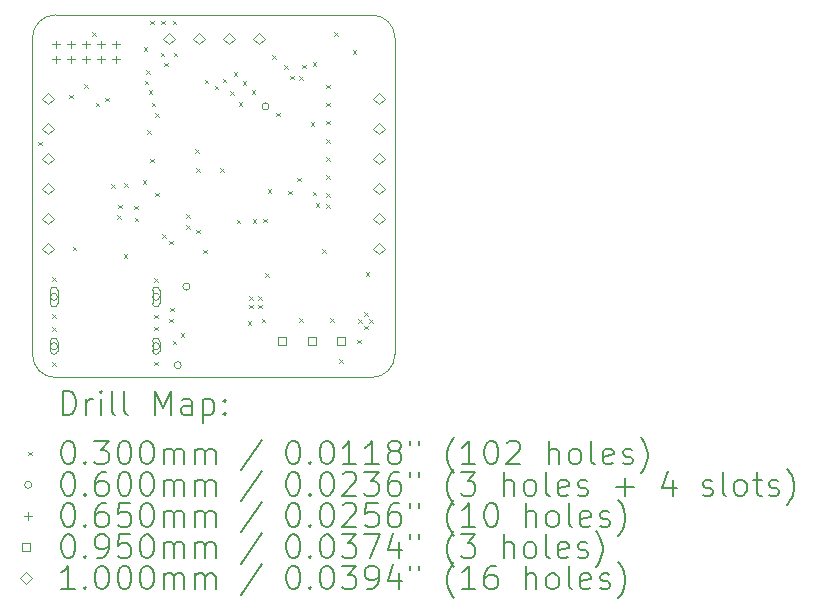
<source format=gbr>
%TF.GenerationSoftware,KiCad,Pcbnew,8.0.7*%
%TF.CreationDate,2024-12-18T23:49:56+01:00*%
%TF.ProjectId,neopixel_eliot_hat,6e656f70-6978-4656-9c5f-656c696f745f,rev?*%
%TF.SameCoordinates,Original*%
%TF.FileFunction,Drillmap*%
%TF.FilePolarity,Positive*%
%FSLAX45Y45*%
G04 Gerber Fmt 4.5, Leading zero omitted, Abs format (unit mm)*
G04 Created by KiCad (PCBNEW 8.0.7) date 2024-12-18 23:49:56*
%MOMM*%
%LPD*%
G01*
G04 APERTURE LIST*
%ADD10C,0.100000*%
%ADD11C,0.200000*%
G04 APERTURE END LIST*
D10*
X12085977Y-3885322D02*
G75*
G02*
X12281998Y-4081345I3J-196018D01*
G01*
X12282000Y-6759299D02*
G75*
G02*
X12085977Y-6955320I-196030J9D01*
G01*
X12282000Y-4081345D02*
X12282000Y-6759299D01*
X9408023Y-6955322D02*
G75*
G02*
X9211998Y-6759299I-3J196022D01*
G01*
X12085977Y-6955322D02*
X9408023Y-6955322D01*
X9212000Y-6759299D02*
X9212000Y-4081345D01*
X9408023Y-3885322D02*
X12085977Y-3885322D01*
X9212000Y-4081345D02*
G75*
G02*
X9408023Y-3885320I196010J15D01*
G01*
D11*
D10*
X9262000Y-4958000D02*
X9292000Y-4988000D01*
X9292000Y-4958000D02*
X9262000Y-4988000D01*
X9379000Y-6106000D02*
X9409000Y-6136000D01*
X9409000Y-6106000D02*
X9379000Y-6136000D01*
X9380000Y-6419000D02*
X9410000Y-6449000D01*
X9410000Y-6419000D02*
X9380000Y-6449000D01*
X9380000Y-6532000D02*
X9410000Y-6562000D01*
X9410000Y-6532000D02*
X9380000Y-6562000D01*
X9380000Y-6825000D02*
X9410000Y-6855000D01*
X9410000Y-6825000D02*
X9380000Y-6855000D01*
X9525000Y-4561000D02*
X9555000Y-4591000D01*
X9555000Y-4561000D02*
X9525000Y-4591000D01*
X9552000Y-5847000D02*
X9582000Y-5877000D01*
X9582000Y-5847000D02*
X9552000Y-5877000D01*
X9652000Y-4471000D02*
X9682000Y-4501000D01*
X9682000Y-4471000D02*
X9652000Y-4501000D01*
X9716462Y-4033000D02*
X9746462Y-4063000D01*
X9746462Y-4033000D02*
X9716462Y-4063000D01*
X9749000Y-4628000D02*
X9779000Y-4658000D01*
X9779000Y-4628000D02*
X9749000Y-4658000D01*
X9828181Y-4585217D02*
X9858181Y-4615217D01*
X9858181Y-4585217D02*
X9828181Y-4615217D01*
X9880000Y-5320000D02*
X9910000Y-5350000D01*
X9910000Y-5320000D02*
X9880000Y-5350000D01*
X9929000Y-5581000D02*
X9959000Y-5611000D01*
X9959000Y-5581000D02*
X9929000Y-5611000D01*
X9939000Y-5492000D02*
X9969000Y-5522000D01*
X9969000Y-5492000D02*
X9939000Y-5522000D01*
X9986000Y-5913000D02*
X10016000Y-5943000D01*
X10016000Y-5913000D02*
X9986000Y-5943000D01*
X9990000Y-5312500D02*
X10020000Y-5342500D01*
X10020000Y-5312500D02*
X9990000Y-5342500D01*
X10074000Y-5501000D02*
X10104000Y-5531000D01*
X10104000Y-5501000D02*
X10074000Y-5531000D01*
X10078000Y-5603000D02*
X10108000Y-5633000D01*
X10108000Y-5603000D02*
X10078000Y-5633000D01*
X10145000Y-5287500D02*
X10175000Y-5317500D01*
X10175000Y-5287500D02*
X10145000Y-5317500D01*
X10155538Y-4160538D02*
X10185538Y-4190538D01*
X10185538Y-4160538D02*
X10155538Y-4190538D01*
X10165000Y-4441000D02*
X10195000Y-4471000D01*
X10195000Y-4441000D02*
X10165000Y-4471000D01*
X10177983Y-4351941D02*
X10207983Y-4381941D01*
X10207983Y-4351941D02*
X10177983Y-4381941D01*
X10182500Y-4860000D02*
X10212500Y-4890000D01*
X10212500Y-4860000D02*
X10182500Y-4890000D01*
X10198153Y-4524672D02*
X10228153Y-4554672D01*
X10228153Y-4524672D02*
X10198153Y-4554672D01*
X10207500Y-5102500D02*
X10237500Y-5132500D01*
X10237500Y-5102500D02*
X10207500Y-5132500D01*
X10209142Y-3935322D02*
X10239142Y-3965322D01*
X10239142Y-3935322D02*
X10209142Y-3965322D01*
X10222000Y-4628538D02*
X10252000Y-4658538D01*
X10252000Y-4628538D02*
X10222000Y-4658538D01*
X10243000Y-6821000D02*
X10273000Y-6851000D01*
X10273000Y-6821000D02*
X10243000Y-6851000D01*
X10244898Y-6113102D02*
X10274898Y-6143102D01*
X10274898Y-6113102D02*
X10244898Y-6143102D01*
X10245000Y-6426000D02*
X10275000Y-6456000D01*
X10275000Y-6426000D02*
X10245000Y-6456000D01*
X10245000Y-6525000D02*
X10275000Y-6555000D01*
X10275000Y-6525000D02*
X10245000Y-6555000D01*
X10252500Y-5390000D02*
X10282500Y-5420000D01*
X10282500Y-5390000D02*
X10252500Y-5420000D01*
X10253000Y-4718000D02*
X10283000Y-4748000D01*
X10283000Y-4718000D02*
X10253000Y-4748000D01*
X10296742Y-4204602D02*
X10326742Y-4234602D01*
X10326742Y-4204602D02*
X10296742Y-4234602D01*
X10304000Y-3936000D02*
X10334000Y-3966000D01*
X10334000Y-3936000D02*
X10304000Y-3966000D01*
X10310602Y-5740398D02*
X10340602Y-5770398D01*
X10340602Y-5740398D02*
X10310602Y-5770398D01*
X10328000Y-4289000D02*
X10358000Y-4319000D01*
X10358000Y-4289000D02*
X10328000Y-4319000D01*
X10371000Y-5798000D02*
X10401000Y-5828000D01*
X10401000Y-5798000D02*
X10371000Y-5828000D01*
X10372000Y-6459000D02*
X10402000Y-6489000D01*
X10402000Y-6459000D02*
X10372000Y-6489000D01*
X10379000Y-6364000D02*
X10409000Y-6394000D01*
X10409000Y-6364000D02*
X10379000Y-6394000D01*
X10399000Y-3936000D02*
X10429000Y-3966000D01*
X10429000Y-3936000D02*
X10399000Y-3966000D01*
X10401000Y-6645000D02*
X10431000Y-6675000D01*
X10431000Y-6645000D02*
X10401000Y-6675000D01*
X10410000Y-4206000D02*
X10440000Y-4236000D01*
X10440000Y-4206000D02*
X10410000Y-4236000D01*
X10469173Y-6578500D02*
X10499173Y-6608500D01*
X10499173Y-6578500D02*
X10469173Y-6608500D01*
X10513000Y-5667500D02*
X10543000Y-5697500D01*
X10543000Y-5667500D02*
X10513000Y-5697500D01*
X10516006Y-5572082D02*
X10546006Y-5602082D01*
X10546006Y-5572082D02*
X10516006Y-5602082D01*
X10590000Y-5024000D02*
X10620000Y-5054000D01*
X10620000Y-5024000D02*
X10590000Y-5054000D01*
X10600000Y-5184000D02*
X10630000Y-5214000D01*
X10630000Y-5184000D02*
X10600000Y-5214000D01*
X10600000Y-5706000D02*
X10630000Y-5736000D01*
X10630000Y-5706000D02*
X10600000Y-5736000D01*
X10658000Y-5875426D02*
X10688000Y-5905426D01*
X10688000Y-5875426D02*
X10658000Y-5905426D01*
X10669682Y-4436000D02*
X10699682Y-4466000D01*
X10699682Y-4436000D02*
X10669682Y-4466000D01*
X10755000Y-4485288D02*
X10785000Y-4515288D01*
X10785000Y-4485288D02*
X10755000Y-4515288D01*
X10804500Y-5184000D02*
X10834500Y-5214000D01*
X10834500Y-5184000D02*
X10804500Y-5214000D01*
X10822459Y-4425712D02*
X10852459Y-4455712D01*
X10852459Y-4425712D02*
X10822459Y-4455712D01*
X10888000Y-4531000D02*
X10918000Y-4561000D01*
X10918000Y-4531000D02*
X10888000Y-4561000D01*
X10916500Y-4370500D02*
X10946500Y-4400500D01*
X10946500Y-4370500D02*
X10916500Y-4400500D01*
X10943000Y-5620000D02*
X10973000Y-5650000D01*
X10973000Y-5620000D02*
X10943000Y-5650000D01*
X10958000Y-4623000D02*
X10988000Y-4653000D01*
X10988000Y-4623000D02*
X10958000Y-4653000D01*
X10993000Y-4449000D02*
X11023000Y-4479000D01*
X11023000Y-4449000D02*
X10993000Y-4479000D01*
X11036000Y-6480000D02*
X11066000Y-6510000D01*
X11066000Y-6480000D02*
X11036000Y-6510000D01*
X11050000Y-6267000D02*
X11080000Y-6297000D01*
X11080000Y-6267000D02*
X11050000Y-6297000D01*
X11050000Y-6339000D02*
X11080000Y-6369000D01*
X11080000Y-6339000D02*
X11050000Y-6369000D01*
X11071000Y-4524000D02*
X11101000Y-4554000D01*
X11101000Y-4524000D02*
X11071000Y-4554000D01*
X11076000Y-5617000D02*
X11106000Y-5647000D01*
X11106000Y-5617000D02*
X11076000Y-5647000D01*
X11124000Y-6267000D02*
X11154000Y-6297000D01*
X11154000Y-6267000D02*
X11124000Y-6297000D01*
X11124000Y-6339000D02*
X11154000Y-6369000D01*
X11154000Y-6339000D02*
X11124000Y-6369000D01*
X11153000Y-6458000D02*
X11183000Y-6488000D01*
X11183000Y-6458000D02*
X11153000Y-6488000D01*
X11166000Y-5610000D02*
X11196000Y-5640000D01*
X11196000Y-5610000D02*
X11166000Y-5640000D01*
X11182000Y-6073000D02*
X11212000Y-6103000D01*
X11212000Y-6073000D02*
X11182000Y-6103000D01*
X11206000Y-5359750D02*
X11236000Y-5389750D01*
X11236000Y-5359750D02*
X11206000Y-5389750D01*
X11242000Y-4226000D02*
X11272000Y-4256000D01*
X11272000Y-4226000D02*
X11242000Y-4256000D01*
X11278197Y-4712702D02*
X11308197Y-4742702D01*
X11308197Y-4712702D02*
X11278197Y-4742702D01*
X11345000Y-4310000D02*
X11375000Y-4340000D01*
X11375000Y-4310000D02*
X11345000Y-4340000D01*
X11376615Y-5375098D02*
X11406615Y-5405098D01*
X11406615Y-5375098D02*
X11376615Y-5405098D01*
X11397000Y-4400000D02*
X11427000Y-4430000D01*
X11427000Y-4400000D02*
X11397000Y-4430000D01*
X11452500Y-5266000D02*
X11482500Y-5296000D01*
X11482500Y-5266000D02*
X11452500Y-5296000D01*
X11470000Y-4404000D02*
X11500000Y-4434000D01*
X11500000Y-4404000D02*
X11470000Y-4434000D01*
X11473000Y-6454000D02*
X11503000Y-6484000D01*
X11503000Y-6454000D02*
X11473000Y-6484000D01*
X11498000Y-4309000D02*
X11528000Y-4339000D01*
X11528000Y-4309000D02*
X11498000Y-4339000D01*
X11568000Y-4795000D02*
X11598000Y-4825000D01*
X11598000Y-4795000D02*
X11568000Y-4825000D01*
X11584000Y-4288000D02*
X11614000Y-4318000D01*
X11614000Y-4288000D02*
X11584000Y-4318000D01*
X11587000Y-5383000D02*
X11617000Y-5413000D01*
X11617000Y-5383000D02*
X11587000Y-5413000D01*
X11610000Y-5481000D02*
X11640000Y-5511000D01*
X11640000Y-5481000D02*
X11610000Y-5511000D01*
X11665000Y-5869000D02*
X11695000Y-5899000D01*
X11695000Y-5869000D02*
X11665000Y-5899000D01*
X11699000Y-4476000D02*
X11729000Y-4506000D01*
X11729000Y-4476000D02*
X11699000Y-4506000D01*
X11699000Y-4629500D02*
X11729000Y-4659500D01*
X11729000Y-4629500D02*
X11699000Y-4659500D01*
X11699000Y-4783000D02*
X11729000Y-4813000D01*
X11729000Y-4783000D02*
X11699000Y-4813000D01*
X11699000Y-4936500D02*
X11729000Y-4966500D01*
X11729000Y-4936500D02*
X11699000Y-4966500D01*
X11699000Y-5090000D02*
X11729000Y-5120000D01*
X11729000Y-5090000D02*
X11699000Y-5120000D01*
X11699000Y-5243500D02*
X11729000Y-5273500D01*
X11729000Y-5243500D02*
X11699000Y-5273500D01*
X11699000Y-5397000D02*
X11729000Y-5427000D01*
X11729000Y-5397000D02*
X11699000Y-5427000D01*
X11701000Y-5488000D02*
X11731000Y-5518000D01*
X11731000Y-5488000D02*
X11701000Y-5518000D01*
X11735000Y-6454000D02*
X11765000Y-6484000D01*
X11765000Y-6454000D02*
X11735000Y-6484000D01*
X11769176Y-4032824D02*
X11799176Y-4062824D01*
X11799176Y-4032824D02*
X11769176Y-4062824D01*
X11812000Y-6801000D02*
X11842000Y-6831000D01*
X11842000Y-6801000D02*
X11812000Y-6831000D01*
X11923176Y-4186824D02*
X11953176Y-4216824D01*
X11953176Y-4186824D02*
X11923176Y-4216824D01*
X11963000Y-6636000D02*
X11993000Y-6666000D01*
X11993000Y-6636000D02*
X11963000Y-6666000D01*
X11972000Y-6461000D02*
X12002000Y-6491000D01*
X12002000Y-6461000D02*
X11972000Y-6491000D01*
X12020000Y-6402000D02*
X12050000Y-6432000D01*
X12050000Y-6402000D02*
X12020000Y-6432000D01*
X12021000Y-6518000D02*
X12051000Y-6548000D01*
X12051000Y-6518000D02*
X12021000Y-6548000D01*
X12033000Y-6066000D02*
X12063000Y-6096000D01*
X12063000Y-6066000D02*
X12033000Y-6096000D01*
X12065000Y-6460000D02*
X12095000Y-6490000D01*
X12095000Y-6460000D02*
X12065000Y-6490000D01*
X9425000Y-6273000D02*
G75*
G02*
X9365000Y-6273000I-30000J0D01*
G01*
X9365000Y-6273000D02*
G75*
G02*
X9425000Y-6273000I30000J0D01*
G01*
X9365000Y-6218000D02*
X9365000Y-6328000D01*
X9425000Y-6328000D02*
G75*
G02*
X9365000Y-6328000I-30000J0D01*
G01*
X9425000Y-6328000D02*
X9425000Y-6218000D01*
X9425000Y-6218000D02*
G75*
G03*
X9365000Y-6218000I-30000J0D01*
G01*
X9425000Y-6691000D02*
G75*
G02*
X9365000Y-6691000I-30000J0D01*
G01*
X9365000Y-6691000D02*
G75*
G02*
X9425000Y-6691000I30000J0D01*
G01*
X9365000Y-6651000D02*
X9365000Y-6731000D01*
X9425000Y-6731000D02*
G75*
G02*
X9365000Y-6731000I-30000J0D01*
G01*
X9425000Y-6731000D02*
X9425000Y-6651000D01*
X9425000Y-6651000D02*
G75*
G03*
X9365000Y-6651000I-30000J0D01*
G01*
X10289000Y-6273000D02*
G75*
G02*
X10229000Y-6273000I-30000J0D01*
G01*
X10229000Y-6273000D02*
G75*
G02*
X10289000Y-6273000I30000J0D01*
G01*
X10229000Y-6218000D02*
X10229000Y-6328000D01*
X10289000Y-6328000D02*
G75*
G02*
X10229000Y-6328000I-30000J0D01*
G01*
X10289000Y-6328000D02*
X10289000Y-6218000D01*
X10289000Y-6218000D02*
G75*
G03*
X10229000Y-6218000I-30000J0D01*
G01*
X10289000Y-6691000D02*
G75*
G02*
X10229000Y-6691000I-30000J0D01*
G01*
X10229000Y-6691000D02*
G75*
G02*
X10289000Y-6691000I30000J0D01*
G01*
X10229000Y-6651000D02*
X10229000Y-6731000D01*
X10289000Y-6731000D02*
G75*
G02*
X10229000Y-6731000I-30000J0D01*
G01*
X10289000Y-6731000D02*
X10289000Y-6651000D01*
X10289000Y-6651000D02*
G75*
G03*
X10229000Y-6651000I-30000J0D01*
G01*
X10472000Y-6851000D02*
G75*
G02*
X10412000Y-6851000I-30000J0D01*
G01*
X10412000Y-6851000D02*
G75*
G02*
X10472000Y-6851000I30000J0D01*
G01*
X10546000Y-6187000D02*
G75*
G02*
X10486000Y-6187000I-30000J0D01*
G01*
X10486000Y-6187000D02*
G75*
G02*
X10546000Y-6187000I30000J0D01*
G01*
X11216000Y-4659000D02*
G75*
G02*
X11156000Y-4659000I-30000J0D01*
G01*
X11156000Y-4659000D02*
G75*
G02*
X11216000Y-4659000I30000J0D01*
G01*
X9412000Y-4102500D02*
X9412000Y-4167500D01*
X9379500Y-4135000D02*
X9444500Y-4135000D01*
X9412000Y-4229500D02*
X9412000Y-4294500D01*
X9379500Y-4262000D02*
X9444500Y-4262000D01*
X9539000Y-4102500D02*
X9539000Y-4167500D01*
X9506500Y-4135000D02*
X9571500Y-4135000D01*
X9539000Y-4229500D02*
X9539000Y-4294500D01*
X9506500Y-4262000D02*
X9571500Y-4262000D01*
X9666000Y-4102500D02*
X9666000Y-4167500D01*
X9633500Y-4135000D02*
X9698500Y-4135000D01*
X9666000Y-4229500D02*
X9666000Y-4294500D01*
X9633500Y-4262000D02*
X9698500Y-4262000D01*
X9793000Y-4102500D02*
X9793000Y-4167500D01*
X9760500Y-4135000D02*
X9825500Y-4135000D01*
X9793000Y-4229500D02*
X9793000Y-4294500D01*
X9760500Y-4262000D02*
X9825500Y-4262000D01*
X9920000Y-4102500D02*
X9920000Y-4167500D01*
X9887500Y-4135000D02*
X9952500Y-4135000D01*
X9920000Y-4229500D02*
X9920000Y-4294500D01*
X9887500Y-4262000D02*
X9952500Y-4262000D01*
X11359588Y-6683588D02*
X11359588Y-6616412D01*
X11292412Y-6616412D01*
X11292412Y-6683588D01*
X11359588Y-6683588D01*
X11609588Y-6683588D02*
X11609588Y-6616412D01*
X11542412Y-6616412D01*
X11542412Y-6683588D01*
X11609588Y-6683588D01*
X11859588Y-6683588D02*
X11859588Y-6616412D01*
X11792412Y-6616412D01*
X11792412Y-6683588D01*
X11859588Y-6683588D01*
X9347000Y-4644000D02*
X9397000Y-4594000D01*
X9347000Y-4544000D01*
X9297000Y-4594000D01*
X9347000Y-4644000D01*
X9347000Y-4898000D02*
X9397000Y-4848000D01*
X9347000Y-4798000D01*
X9297000Y-4848000D01*
X9347000Y-4898000D01*
X9347000Y-5152000D02*
X9397000Y-5102000D01*
X9347000Y-5052000D01*
X9297000Y-5102000D01*
X9347000Y-5152000D01*
X9347000Y-5406000D02*
X9397000Y-5356000D01*
X9347000Y-5306000D01*
X9297000Y-5356000D01*
X9347000Y-5406000D01*
X9347000Y-5660000D02*
X9397000Y-5610000D01*
X9347000Y-5560000D01*
X9297000Y-5610000D01*
X9347000Y-5660000D01*
X9347000Y-5914000D02*
X9397000Y-5864000D01*
X9347000Y-5814000D01*
X9297000Y-5864000D01*
X9347000Y-5914000D01*
X10366000Y-4136000D02*
X10416000Y-4086000D01*
X10366000Y-4036000D01*
X10316000Y-4086000D01*
X10366000Y-4136000D01*
X10620000Y-4136000D02*
X10670000Y-4086000D01*
X10620000Y-4036000D01*
X10570000Y-4086000D01*
X10620000Y-4136000D01*
X10874000Y-4136000D02*
X10924000Y-4086000D01*
X10874000Y-4036000D01*
X10824000Y-4086000D01*
X10874000Y-4136000D01*
X11128000Y-4136000D02*
X11178000Y-4086000D01*
X11128000Y-4036000D01*
X11078000Y-4086000D01*
X11128000Y-4136000D01*
X12147000Y-4644000D02*
X12197000Y-4594000D01*
X12147000Y-4544000D01*
X12097000Y-4594000D01*
X12147000Y-4644000D01*
X12147000Y-4898000D02*
X12197000Y-4848000D01*
X12147000Y-4798000D01*
X12097000Y-4848000D01*
X12147000Y-4898000D01*
X12147000Y-5152000D02*
X12197000Y-5102000D01*
X12147000Y-5052000D01*
X12097000Y-5102000D01*
X12147000Y-5152000D01*
X12147000Y-5406000D02*
X12197000Y-5356000D01*
X12147000Y-5306000D01*
X12097000Y-5356000D01*
X12147000Y-5406000D01*
X12147000Y-5660000D02*
X12197000Y-5610000D01*
X12147000Y-5560000D01*
X12097000Y-5610000D01*
X12147000Y-5660000D01*
X12147000Y-5914000D02*
X12197000Y-5864000D01*
X12147000Y-5814000D01*
X12097000Y-5864000D01*
X12147000Y-5914000D01*
D11*
X9467775Y-7271806D02*
X9467775Y-7071806D01*
X9467775Y-7071806D02*
X9515394Y-7071806D01*
X9515394Y-7071806D02*
X9543965Y-7081330D01*
X9543965Y-7081330D02*
X9563013Y-7100377D01*
X9563013Y-7100377D02*
X9572536Y-7119425D01*
X9572536Y-7119425D02*
X9582060Y-7157520D01*
X9582060Y-7157520D02*
X9582060Y-7186092D01*
X9582060Y-7186092D02*
X9572536Y-7224187D01*
X9572536Y-7224187D02*
X9563013Y-7243235D01*
X9563013Y-7243235D02*
X9543965Y-7262282D01*
X9543965Y-7262282D02*
X9515394Y-7271806D01*
X9515394Y-7271806D02*
X9467775Y-7271806D01*
X9667775Y-7271806D02*
X9667775Y-7138473D01*
X9667775Y-7176568D02*
X9677298Y-7157520D01*
X9677298Y-7157520D02*
X9686822Y-7147996D01*
X9686822Y-7147996D02*
X9705870Y-7138473D01*
X9705870Y-7138473D02*
X9724917Y-7138473D01*
X9791584Y-7271806D02*
X9791584Y-7138473D01*
X9791584Y-7071806D02*
X9782060Y-7081330D01*
X9782060Y-7081330D02*
X9791584Y-7090854D01*
X9791584Y-7090854D02*
X9801108Y-7081330D01*
X9801108Y-7081330D02*
X9791584Y-7071806D01*
X9791584Y-7071806D02*
X9791584Y-7090854D01*
X9915394Y-7271806D02*
X9896346Y-7262282D01*
X9896346Y-7262282D02*
X9886822Y-7243235D01*
X9886822Y-7243235D02*
X9886822Y-7071806D01*
X10020155Y-7271806D02*
X10001108Y-7262282D01*
X10001108Y-7262282D02*
X9991584Y-7243235D01*
X9991584Y-7243235D02*
X9991584Y-7071806D01*
X10248727Y-7271806D02*
X10248727Y-7071806D01*
X10248727Y-7071806D02*
X10315394Y-7214663D01*
X10315394Y-7214663D02*
X10382060Y-7071806D01*
X10382060Y-7071806D02*
X10382060Y-7271806D01*
X10563013Y-7271806D02*
X10563013Y-7167044D01*
X10563013Y-7167044D02*
X10553489Y-7147996D01*
X10553489Y-7147996D02*
X10534441Y-7138473D01*
X10534441Y-7138473D02*
X10496346Y-7138473D01*
X10496346Y-7138473D02*
X10477298Y-7147996D01*
X10563013Y-7262282D02*
X10543965Y-7271806D01*
X10543965Y-7271806D02*
X10496346Y-7271806D01*
X10496346Y-7271806D02*
X10477298Y-7262282D01*
X10477298Y-7262282D02*
X10467775Y-7243235D01*
X10467775Y-7243235D02*
X10467775Y-7224187D01*
X10467775Y-7224187D02*
X10477298Y-7205139D01*
X10477298Y-7205139D02*
X10496346Y-7195616D01*
X10496346Y-7195616D02*
X10543965Y-7195616D01*
X10543965Y-7195616D02*
X10563013Y-7186092D01*
X10658251Y-7138473D02*
X10658251Y-7338473D01*
X10658251Y-7147996D02*
X10677298Y-7138473D01*
X10677298Y-7138473D02*
X10715394Y-7138473D01*
X10715394Y-7138473D02*
X10734441Y-7147996D01*
X10734441Y-7147996D02*
X10743965Y-7157520D01*
X10743965Y-7157520D02*
X10753489Y-7176568D01*
X10753489Y-7176568D02*
X10753489Y-7233711D01*
X10753489Y-7233711D02*
X10743965Y-7252758D01*
X10743965Y-7252758D02*
X10734441Y-7262282D01*
X10734441Y-7262282D02*
X10715394Y-7271806D01*
X10715394Y-7271806D02*
X10677298Y-7271806D01*
X10677298Y-7271806D02*
X10658251Y-7262282D01*
X10839203Y-7252758D02*
X10848727Y-7262282D01*
X10848727Y-7262282D02*
X10839203Y-7271806D01*
X10839203Y-7271806D02*
X10829679Y-7262282D01*
X10829679Y-7262282D02*
X10839203Y-7252758D01*
X10839203Y-7252758D02*
X10839203Y-7271806D01*
X10839203Y-7147996D02*
X10848727Y-7157520D01*
X10848727Y-7157520D02*
X10839203Y-7167044D01*
X10839203Y-7167044D02*
X10829679Y-7157520D01*
X10829679Y-7157520D02*
X10839203Y-7147996D01*
X10839203Y-7147996D02*
X10839203Y-7167044D01*
D10*
X9176998Y-7585322D02*
X9206998Y-7615322D01*
X9206998Y-7585322D02*
X9176998Y-7615322D01*
D11*
X9505870Y-7491806D02*
X9524917Y-7491806D01*
X9524917Y-7491806D02*
X9543965Y-7501330D01*
X9543965Y-7501330D02*
X9553489Y-7510854D01*
X9553489Y-7510854D02*
X9563013Y-7529901D01*
X9563013Y-7529901D02*
X9572536Y-7567996D01*
X9572536Y-7567996D02*
X9572536Y-7615616D01*
X9572536Y-7615616D02*
X9563013Y-7653711D01*
X9563013Y-7653711D02*
X9553489Y-7672758D01*
X9553489Y-7672758D02*
X9543965Y-7682282D01*
X9543965Y-7682282D02*
X9524917Y-7691806D01*
X9524917Y-7691806D02*
X9505870Y-7691806D01*
X9505870Y-7691806D02*
X9486822Y-7682282D01*
X9486822Y-7682282D02*
X9477298Y-7672758D01*
X9477298Y-7672758D02*
X9467775Y-7653711D01*
X9467775Y-7653711D02*
X9458251Y-7615616D01*
X9458251Y-7615616D02*
X9458251Y-7567996D01*
X9458251Y-7567996D02*
X9467775Y-7529901D01*
X9467775Y-7529901D02*
X9477298Y-7510854D01*
X9477298Y-7510854D02*
X9486822Y-7501330D01*
X9486822Y-7501330D02*
X9505870Y-7491806D01*
X9658251Y-7672758D02*
X9667775Y-7682282D01*
X9667775Y-7682282D02*
X9658251Y-7691806D01*
X9658251Y-7691806D02*
X9648727Y-7682282D01*
X9648727Y-7682282D02*
X9658251Y-7672758D01*
X9658251Y-7672758D02*
X9658251Y-7691806D01*
X9734441Y-7491806D02*
X9858251Y-7491806D01*
X9858251Y-7491806D02*
X9791584Y-7567996D01*
X9791584Y-7567996D02*
X9820156Y-7567996D01*
X9820156Y-7567996D02*
X9839203Y-7577520D01*
X9839203Y-7577520D02*
X9848727Y-7587044D01*
X9848727Y-7587044D02*
X9858251Y-7606092D01*
X9858251Y-7606092D02*
X9858251Y-7653711D01*
X9858251Y-7653711D02*
X9848727Y-7672758D01*
X9848727Y-7672758D02*
X9839203Y-7682282D01*
X9839203Y-7682282D02*
X9820156Y-7691806D01*
X9820156Y-7691806D02*
X9763013Y-7691806D01*
X9763013Y-7691806D02*
X9743965Y-7682282D01*
X9743965Y-7682282D02*
X9734441Y-7672758D01*
X9982060Y-7491806D02*
X10001108Y-7491806D01*
X10001108Y-7491806D02*
X10020156Y-7501330D01*
X10020156Y-7501330D02*
X10029679Y-7510854D01*
X10029679Y-7510854D02*
X10039203Y-7529901D01*
X10039203Y-7529901D02*
X10048727Y-7567996D01*
X10048727Y-7567996D02*
X10048727Y-7615616D01*
X10048727Y-7615616D02*
X10039203Y-7653711D01*
X10039203Y-7653711D02*
X10029679Y-7672758D01*
X10029679Y-7672758D02*
X10020156Y-7682282D01*
X10020156Y-7682282D02*
X10001108Y-7691806D01*
X10001108Y-7691806D02*
X9982060Y-7691806D01*
X9982060Y-7691806D02*
X9963013Y-7682282D01*
X9963013Y-7682282D02*
X9953489Y-7672758D01*
X9953489Y-7672758D02*
X9943965Y-7653711D01*
X9943965Y-7653711D02*
X9934441Y-7615616D01*
X9934441Y-7615616D02*
X9934441Y-7567996D01*
X9934441Y-7567996D02*
X9943965Y-7529901D01*
X9943965Y-7529901D02*
X9953489Y-7510854D01*
X9953489Y-7510854D02*
X9963013Y-7501330D01*
X9963013Y-7501330D02*
X9982060Y-7491806D01*
X10172536Y-7491806D02*
X10191584Y-7491806D01*
X10191584Y-7491806D02*
X10210632Y-7501330D01*
X10210632Y-7501330D02*
X10220156Y-7510854D01*
X10220156Y-7510854D02*
X10229679Y-7529901D01*
X10229679Y-7529901D02*
X10239203Y-7567996D01*
X10239203Y-7567996D02*
X10239203Y-7615616D01*
X10239203Y-7615616D02*
X10229679Y-7653711D01*
X10229679Y-7653711D02*
X10220156Y-7672758D01*
X10220156Y-7672758D02*
X10210632Y-7682282D01*
X10210632Y-7682282D02*
X10191584Y-7691806D01*
X10191584Y-7691806D02*
X10172536Y-7691806D01*
X10172536Y-7691806D02*
X10153489Y-7682282D01*
X10153489Y-7682282D02*
X10143965Y-7672758D01*
X10143965Y-7672758D02*
X10134441Y-7653711D01*
X10134441Y-7653711D02*
X10124917Y-7615616D01*
X10124917Y-7615616D02*
X10124917Y-7567996D01*
X10124917Y-7567996D02*
X10134441Y-7529901D01*
X10134441Y-7529901D02*
X10143965Y-7510854D01*
X10143965Y-7510854D02*
X10153489Y-7501330D01*
X10153489Y-7501330D02*
X10172536Y-7491806D01*
X10324917Y-7691806D02*
X10324917Y-7558473D01*
X10324917Y-7577520D02*
X10334441Y-7567996D01*
X10334441Y-7567996D02*
X10353489Y-7558473D01*
X10353489Y-7558473D02*
X10382060Y-7558473D01*
X10382060Y-7558473D02*
X10401108Y-7567996D01*
X10401108Y-7567996D02*
X10410632Y-7587044D01*
X10410632Y-7587044D02*
X10410632Y-7691806D01*
X10410632Y-7587044D02*
X10420156Y-7567996D01*
X10420156Y-7567996D02*
X10439203Y-7558473D01*
X10439203Y-7558473D02*
X10467775Y-7558473D01*
X10467775Y-7558473D02*
X10486822Y-7567996D01*
X10486822Y-7567996D02*
X10496346Y-7587044D01*
X10496346Y-7587044D02*
X10496346Y-7691806D01*
X10591584Y-7691806D02*
X10591584Y-7558473D01*
X10591584Y-7577520D02*
X10601108Y-7567996D01*
X10601108Y-7567996D02*
X10620156Y-7558473D01*
X10620156Y-7558473D02*
X10648727Y-7558473D01*
X10648727Y-7558473D02*
X10667775Y-7567996D01*
X10667775Y-7567996D02*
X10677298Y-7587044D01*
X10677298Y-7587044D02*
X10677298Y-7691806D01*
X10677298Y-7587044D02*
X10686822Y-7567996D01*
X10686822Y-7567996D02*
X10705870Y-7558473D01*
X10705870Y-7558473D02*
X10734441Y-7558473D01*
X10734441Y-7558473D02*
X10753489Y-7567996D01*
X10753489Y-7567996D02*
X10763013Y-7587044D01*
X10763013Y-7587044D02*
X10763013Y-7691806D01*
X11153489Y-7482282D02*
X10982060Y-7739425D01*
X11410632Y-7491806D02*
X11429679Y-7491806D01*
X11429679Y-7491806D02*
X11448727Y-7501330D01*
X11448727Y-7501330D02*
X11458251Y-7510854D01*
X11458251Y-7510854D02*
X11467775Y-7529901D01*
X11467775Y-7529901D02*
X11477298Y-7567996D01*
X11477298Y-7567996D02*
X11477298Y-7615616D01*
X11477298Y-7615616D02*
X11467775Y-7653711D01*
X11467775Y-7653711D02*
X11458251Y-7672758D01*
X11458251Y-7672758D02*
X11448727Y-7682282D01*
X11448727Y-7682282D02*
X11429679Y-7691806D01*
X11429679Y-7691806D02*
X11410632Y-7691806D01*
X11410632Y-7691806D02*
X11391584Y-7682282D01*
X11391584Y-7682282D02*
X11382060Y-7672758D01*
X11382060Y-7672758D02*
X11372537Y-7653711D01*
X11372537Y-7653711D02*
X11363013Y-7615616D01*
X11363013Y-7615616D02*
X11363013Y-7567996D01*
X11363013Y-7567996D02*
X11372537Y-7529901D01*
X11372537Y-7529901D02*
X11382060Y-7510854D01*
X11382060Y-7510854D02*
X11391584Y-7501330D01*
X11391584Y-7501330D02*
X11410632Y-7491806D01*
X11563013Y-7672758D02*
X11572537Y-7682282D01*
X11572537Y-7682282D02*
X11563013Y-7691806D01*
X11563013Y-7691806D02*
X11553489Y-7682282D01*
X11553489Y-7682282D02*
X11563013Y-7672758D01*
X11563013Y-7672758D02*
X11563013Y-7691806D01*
X11696346Y-7491806D02*
X11715394Y-7491806D01*
X11715394Y-7491806D02*
X11734441Y-7501330D01*
X11734441Y-7501330D02*
X11743965Y-7510854D01*
X11743965Y-7510854D02*
X11753489Y-7529901D01*
X11753489Y-7529901D02*
X11763013Y-7567996D01*
X11763013Y-7567996D02*
X11763013Y-7615616D01*
X11763013Y-7615616D02*
X11753489Y-7653711D01*
X11753489Y-7653711D02*
X11743965Y-7672758D01*
X11743965Y-7672758D02*
X11734441Y-7682282D01*
X11734441Y-7682282D02*
X11715394Y-7691806D01*
X11715394Y-7691806D02*
X11696346Y-7691806D01*
X11696346Y-7691806D02*
X11677298Y-7682282D01*
X11677298Y-7682282D02*
X11667775Y-7672758D01*
X11667775Y-7672758D02*
X11658251Y-7653711D01*
X11658251Y-7653711D02*
X11648727Y-7615616D01*
X11648727Y-7615616D02*
X11648727Y-7567996D01*
X11648727Y-7567996D02*
X11658251Y-7529901D01*
X11658251Y-7529901D02*
X11667775Y-7510854D01*
X11667775Y-7510854D02*
X11677298Y-7501330D01*
X11677298Y-7501330D02*
X11696346Y-7491806D01*
X11953489Y-7691806D02*
X11839203Y-7691806D01*
X11896346Y-7691806D02*
X11896346Y-7491806D01*
X11896346Y-7491806D02*
X11877298Y-7520377D01*
X11877298Y-7520377D02*
X11858251Y-7539425D01*
X11858251Y-7539425D02*
X11839203Y-7548949D01*
X12143965Y-7691806D02*
X12029679Y-7691806D01*
X12086822Y-7691806D02*
X12086822Y-7491806D01*
X12086822Y-7491806D02*
X12067775Y-7520377D01*
X12067775Y-7520377D02*
X12048727Y-7539425D01*
X12048727Y-7539425D02*
X12029679Y-7548949D01*
X12258251Y-7577520D02*
X12239203Y-7567996D01*
X12239203Y-7567996D02*
X12229679Y-7558473D01*
X12229679Y-7558473D02*
X12220156Y-7539425D01*
X12220156Y-7539425D02*
X12220156Y-7529901D01*
X12220156Y-7529901D02*
X12229679Y-7510854D01*
X12229679Y-7510854D02*
X12239203Y-7501330D01*
X12239203Y-7501330D02*
X12258251Y-7491806D01*
X12258251Y-7491806D02*
X12296346Y-7491806D01*
X12296346Y-7491806D02*
X12315394Y-7501330D01*
X12315394Y-7501330D02*
X12324918Y-7510854D01*
X12324918Y-7510854D02*
X12334441Y-7529901D01*
X12334441Y-7529901D02*
X12334441Y-7539425D01*
X12334441Y-7539425D02*
X12324918Y-7558473D01*
X12324918Y-7558473D02*
X12315394Y-7567996D01*
X12315394Y-7567996D02*
X12296346Y-7577520D01*
X12296346Y-7577520D02*
X12258251Y-7577520D01*
X12258251Y-7577520D02*
X12239203Y-7587044D01*
X12239203Y-7587044D02*
X12229679Y-7596568D01*
X12229679Y-7596568D02*
X12220156Y-7615616D01*
X12220156Y-7615616D02*
X12220156Y-7653711D01*
X12220156Y-7653711D02*
X12229679Y-7672758D01*
X12229679Y-7672758D02*
X12239203Y-7682282D01*
X12239203Y-7682282D02*
X12258251Y-7691806D01*
X12258251Y-7691806D02*
X12296346Y-7691806D01*
X12296346Y-7691806D02*
X12315394Y-7682282D01*
X12315394Y-7682282D02*
X12324918Y-7672758D01*
X12324918Y-7672758D02*
X12334441Y-7653711D01*
X12334441Y-7653711D02*
X12334441Y-7615616D01*
X12334441Y-7615616D02*
X12324918Y-7596568D01*
X12324918Y-7596568D02*
X12315394Y-7587044D01*
X12315394Y-7587044D02*
X12296346Y-7577520D01*
X12410632Y-7491806D02*
X12410632Y-7529901D01*
X12486822Y-7491806D02*
X12486822Y-7529901D01*
X12782061Y-7767996D02*
X12772537Y-7758473D01*
X12772537Y-7758473D02*
X12753489Y-7729901D01*
X12753489Y-7729901D02*
X12743965Y-7710854D01*
X12743965Y-7710854D02*
X12734441Y-7682282D01*
X12734441Y-7682282D02*
X12724918Y-7634663D01*
X12724918Y-7634663D02*
X12724918Y-7596568D01*
X12724918Y-7596568D02*
X12734441Y-7548949D01*
X12734441Y-7548949D02*
X12743965Y-7520377D01*
X12743965Y-7520377D02*
X12753489Y-7501330D01*
X12753489Y-7501330D02*
X12772537Y-7472758D01*
X12772537Y-7472758D02*
X12782061Y-7463235D01*
X12963013Y-7691806D02*
X12848727Y-7691806D01*
X12905870Y-7691806D02*
X12905870Y-7491806D01*
X12905870Y-7491806D02*
X12886822Y-7520377D01*
X12886822Y-7520377D02*
X12867775Y-7539425D01*
X12867775Y-7539425D02*
X12848727Y-7548949D01*
X13086822Y-7491806D02*
X13105870Y-7491806D01*
X13105870Y-7491806D02*
X13124918Y-7501330D01*
X13124918Y-7501330D02*
X13134441Y-7510854D01*
X13134441Y-7510854D02*
X13143965Y-7529901D01*
X13143965Y-7529901D02*
X13153489Y-7567996D01*
X13153489Y-7567996D02*
X13153489Y-7615616D01*
X13153489Y-7615616D02*
X13143965Y-7653711D01*
X13143965Y-7653711D02*
X13134441Y-7672758D01*
X13134441Y-7672758D02*
X13124918Y-7682282D01*
X13124918Y-7682282D02*
X13105870Y-7691806D01*
X13105870Y-7691806D02*
X13086822Y-7691806D01*
X13086822Y-7691806D02*
X13067775Y-7682282D01*
X13067775Y-7682282D02*
X13058251Y-7672758D01*
X13058251Y-7672758D02*
X13048727Y-7653711D01*
X13048727Y-7653711D02*
X13039203Y-7615616D01*
X13039203Y-7615616D02*
X13039203Y-7567996D01*
X13039203Y-7567996D02*
X13048727Y-7529901D01*
X13048727Y-7529901D02*
X13058251Y-7510854D01*
X13058251Y-7510854D02*
X13067775Y-7501330D01*
X13067775Y-7501330D02*
X13086822Y-7491806D01*
X13229680Y-7510854D02*
X13239203Y-7501330D01*
X13239203Y-7501330D02*
X13258251Y-7491806D01*
X13258251Y-7491806D02*
X13305870Y-7491806D01*
X13305870Y-7491806D02*
X13324918Y-7501330D01*
X13324918Y-7501330D02*
X13334441Y-7510854D01*
X13334441Y-7510854D02*
X13343965Y-7529901D01*
X13343965Y-7529901D02*
X13343965Y-7548949D01*
X13343965Y-7548949D02*
X13334441Y-7577520D01*
X13334441Y-7577520D02*
X13220156Y-7691806D01*
X13220156Y-7691806D02*
X13343965Y-7691806D01*
X13582061Y-7691806D02*
X13582061Y-7491806D01*
X13667775Y-7691806D02*
X13667775Y-7587044D01*
X13667775Y-7587044D02*
X13658251Y-7567996D01*
X13658251Y-7567996D02*
X13639203Y-7558473D01*
X13639203Y-7558473D02*
X13610632Y-7558473D01*
X13610632Y-7558473D02*
X13591584Y-7567996D01*
X13591584Y-7567996D02*
X13582061Y-7577520D01*
X13791584Y-7691806D02*
X13772537Y-7682282D01*
X13772537Y-7682282D02*
X13763013Y-7672758D01*
X13763013Y-7672758D02*
X13753489Y-7653711D01*
X13753489Y-7653711D02*
X13753489Y-7596568D01*
X13753489Y-7596568D02*
X13763013Y-7577520D01*
X13763013Y-7577520D02*
X13772537Y-7567996D01*
X13772537Y-7567996D02*
X13791584Y-7558473D01*
X13791584Y-7558473D02*
X13820156Y-7558473D01*
X13820156Y-7558473D02*
X13839203Y-7567996D01*
X13839203Y-7567996D02*
X13848727Y-7577520D01*
X13848727Y-7577520D02*
X13858251Y-7596568D01*
X13858251Y-7596568D02*
X13858251Y-7653711D01*
X13858251Y-7653711D02*
X13848727Y-7672758D01*
X13848727Y-7672758D02*
X13839203Y-7682282D01*
X13839203Y-7682282D02*
X13820156Y-7691806D01*
X13820156Y-7691806D02*
X13791584Y-7691806D01*
X13972537Y-7691806D02*
X13953489Y-7682282D01*
X13953489Y-7682282D02*
X13943965Y-7663235D01*
X13943965Y-7663235D02*
X13943965Y-7491806D01*
X14124918Y-7682282D02*
X14105870Y-7691806D01*
X14105870Y-7691806D02*
X14067775Y-7691806D01*
X14067775Y-7691806D02*
X14048727Y-7682282D01*
X14048727Y-7682282D02*
X14039203Y-7663235D01*
X14039203Y-7663235D02*
X14039203Y-7587044D01*
X14039203Y-7587044D02*
X14048727Y-7567996D01*
X14048727Y-7567996D02*
X14067775Y-7558473D01*
X14067775Y-7558473D02*
X14105870Y-7558473D01*
X14105870Y-7558473D02*
X14124918Y-7567996D01*
X14124918Y-7567996D02*
X14134442Y-7587044D01*
X14134442Y-7587044D02*
X14134442Y-7606092D01*
X14134442Y-7606092D02*
X14039203Y-7625139D01*
X14210632Y-7682282D02*
X14229680Y-7691806D01*
X14229680Y-7691806D02*
X14267775Y-7691806D01*
X14267775Y-7691806D02*
X14286823Y-7682282D01*
X14286823Y-7682282D02*
X14296346Y-7663235D01*
X14296346Y-7663235D02*
X14296346Y-7653711D01*
X14296346Y-7653711D02*
X14286823Y-7634663D01*
X14286823Y-7634663D02*
X14267775Y-7625139D01*
X14267775Y-7625139D02*
X14239203Y-7625139D01*
X14239203Y-7625139D02*
X14220156Y-7615616D01*
X14220156Y-7615616D02*
X14210632Y-7596568D01*
X14210632Y-7596568D02*
X14210632Y-7587044D01*
X14210632Y-7587044D02*
X14220156Y-7567996D01*
X14220156Y-7567996D02*
X14239203Y-7558473D01*
X14239203Y-7558473D02*
X14267775Y-7558473D01*
X14267775Y-7558473D02*
X14286823Y-7567996D01*
X14363013Y-7767996D02*
X14372537Y-7758473D01*
X14372537Y-7758473D02*
X14391584Y-7729901D01*
X14391584Y-7729901D02*
X14401108Y-7710854D01*
X14401108Y-7710854D02*
X14410632Y-7682282D01*
X14410632Y-7682282D02*
X14420156Y-7634663D01*
X14420156Y-7634663D02*
X14420156Y-7596568D01*
X14420156Y-7596568D02*
X14410632Y-7548949D01*
X14410632Y-7548949D02*
X14401108Y-7520377D01*
X14401108Y-7520377D02*
X14391584Y-7501330D01*
X14391584Y-7501330D02*
X14372537Y-7472758D01*
X14372537Y-7472758D02*
X14363013Y-7463235D01*
D10*
X9206998Y-7864322D02*
G75*
G02*
X9146998Y-7864322I-30000J0D01*
G01*
X9146998Y-7864322D02*
G75*
G02*
X9206998Y-7864322I30000J0D01*
G01*
D11*
X9505870Y-7755806D02*
X9524917Y-7755806D01*
X9524917Y-7755806D02*
X9543965Y-7765330D01*
X9543965Y-7765330D02*
X9553489Y-7774854D01*
X9553489Y-7774854D02*
X9563013Y-7793901D01*
X9563013Y-7793901D02*
X9572536Y-7831996D01*
X9572536Y-7831996D02*
X9572536Y-7879616D01*
X9572536Y-7879616D02*
X9563013Y-7917711D01*
X9563013Y-7917711D02*
X9553489Y-7936758D01*
X9553489Y-7936758D02*
X9543965Y-7946282D01*
X9543965Y-7946282D02*
X9524917Y-7955806D01*
X9524917Y-7955806D02*
X9505870Y-7955806D01*
X9505870Y-7955806D02*
X9486822Y-7946282D01*
X9486822Y-7946282D02*
X9477298Y-7936758D01*
X9477298Y-7936758D02*
X9467775Y-7917711D01*
X9467775Y-7917711D02*
X9458251Y-7879616D01*
X9458251Y-7879616D02*
X9458251Y-7831996D01*
X9458251Y-7831996D02*
X9467775Y-7793901D01*
X9467775Y-7793901D02*
X9477298Y-7774854D01*
X9477298Y-7774854D02*
X9486822Y-7765330D01*
X9486822Y-7765330D02*
X9505870Y-7755806D01*
X9658251Y-7936758D02*
X9667775Y-7946282D01*
X9667775Y-7946282D02*
X9658251Y-7955806D01*
X9658251Y-7955806D02*
X9648727Y-7946282D01*
X9648727Y-7946282D02*
X9658251Y-7936758D01*
X9658251Y-7936758D02*
X9658251Y-7955806D01*
X9839203Y-7755806D02*
X9801108Y-7755806D01*
X9801108Y-7755806D02*
X9782060Y-7765330D01*
X9782060Y-7765330D02*
X9772536Y-7774854D01*
X9772536Y-7774854D02*
X9753489Y-7803425D01*
X9753489Y-7803425D02*
X9743965Y-7841520D01*
X9743965Y-7841520D02*
X9743965Y-7917711D01*
X9743965Y-7917711D02*
X9753489Y-7936758D01*
X9753489Y-7936758D02*
X9763013Y-7946282D01*
X9763013Y-7946282D02*
X9782060Y-7955806D01*
X9782060Y-7955806D02*
X9820156Y-7955806D01*
X9820156Y-7955806D02*
X9839203Y-7946282D01*
X9839203Y-7946282D02*
X9848727Y-7936758D01*
X9848727Y-7936758D02*
X9858251Y-7917711D01*
X9858251Y-7917711D02*
X9858251Y-7870092D01*
X9858251Y-7870092D02*
X9848727Y-7851044D01*
X9848727Y-7851044D02*
X9839203Y-7841520D01*
X9839203Y-7841520D02*
X9820156Y-7831996D01*
X9820156Y-7831996D02*
X9782060Y-7831996D01*
X9782060Y-7831996D02*
X9763013Y-7841520D01*
X9763013Y-7841520D02*
X9753489Y-7851044D01*
X9753489Y-7851044D02*
X9743965Y-7870092D01*
X9982060Y-7755806D02*
X10001108Y-7755806D01*
X10001108Y-7755806D02*
X10020156Y-7765330D01*
X10020156Y-7765330D02*
X10029679Y-7774854D01*
X10029679Y-7774854D02*
X10039203Y-7793901D01*
X10039203Y-7793901D02*
X10048727Y-7831996D01*
X10048727Y-7831996D02*
X10048727Y-7879616D01*
X10048727Y-7879616D02*
X10039203Y-7917711D01*
X10039203Y-7917711D02*
X10029679Y-7936758D01*
X10029679Y-7936758D02*
X10020156Y-7946282D01*
X10020156Y-7946282D02*
X10001108Y-7955806D01*
X10001108Y-7955806D02*
X9982060Y-7955806D01*
X9982060Y-7955806D02*
X9963013Y-7946282D01*
X9963013Y-7946282D02*
X9953489Y-7936758D01*
X9953489Y-7936758D02*
X9943965Y-7917711D01*
X9943965Y-7917711D02*
X9934441Y-7879616D01*
X9934441Y-7879616D02*
X9934441Y-7831996D01*
X9934441Y-7831996D02*
X9943965Y-7793901D01*
X9943965Y-7793901D02*
X9953489Y-7774854D01*
X9953489Y-7774854D02*
X9963013Y-7765330D01*
X9963013Y-7765330D02*
X9982060Y-7755806D01*
X10172536Y-7755806D02*
X10191584Y-7755806D01*
X10191584Y-7755806D02*
X10210632Y-7765330D01*
X10210632Y-7765330D02*
X10220156Y-7774854D01*
X10220156Y-7774854D02*
X10229679Y-7793901D01*
X10229679Y-7793901D02*
X10239203Y-7831996D01*
X10239203Y-7831996D02*
X10239203Y-7879616D01*
X10239203Y-7879616D02*
X10229679Y-7917711D01*
X10229679Y-7917711D02*
X10220156Y-7936758D01*
X10220156Y-7936758D02*
X10210632Y-7946282D01*
X10210632Y-7946282D02*
X10191584Y-7955806D01*
X10191584Y-7955806D02*
X10172536Y-7955806D01*
X10172536Y-7955806D02*
X10153489Y-7946282D01*
X10153489Y-7946282D02*
X10143965Y-7936758D01*
X10143965Y-7936758D02*
X10134441Y-7917711D01*
X10134441Y-7917711D02*
X10124917Y-7879616D01*
X10124917Y-7879616D02*
X10124917Y-7831996D01*
X10124917Y-7831996D02*
X10134441Y-7793901D01*
X10134441Y-7793901D02*
X10143965Y-7774854D01*
X10143965Y-7774854D02*
X10153489Y-7765330D01*
X10153489Y-7765330D02*
X10172536Y-7755806D01*
X10324917Y-7955806D02*
X10324917Y-7822473D01*
X10324917Y-7841520D02*
X10334441Y-7831996D01*
X10334441Y-7831996D02*
X10353489Y-7822473D01*
X10353489Y-7822473D02*
X10382060Y-7822473D01*
X10382060Y-7822473D02*
X10401108Y-7831996D01*
X10401108Y-7831996D02*
X10410632Y-7851044D01*
X10410632Y-7851044D02*
X10410632Y-7955806D01*
X10410632Y-7851044D02*
X10420156Y-7831996D01*
X10420156Y-7831996D02*
X10439203Y-7822473D01*
X10439203Y-7822473D02*
X10467775Y-7822473D01*
X10467775Y-7822473D02*
X10486822Y-7831996D01*
X10486822Y-7831996D02*
X10496346Y-7851044D01*
X10496346Y-7851044D02*
X10496346Y-7955806D01*
X10591584Y-7955806D02*
X10591584Y-7822473D01*
X10591584Y-7841520D02*
X10601108Y-7831996D01*
X10601108Y-7831996D02*
X10620156Y-7822473D01*
X10620156Y-7822473D02*
X10648727Y-7822473D01*
X10648727Y-7822473D02*
X10667775Y-7831996D01*
X10667775Y-7831996D02*
X10677298Y-7851044D01*
X10677298Y-7851044D02*
X10677298Y-7955806D01*
X10677298Y-7851044D02*
X10686822Y-7831996D01*
X10686822Y-7831996D02*
X10705870Y-7822473D01*
X10705870Y-7822473D02*
X10734441Y-7822473D01*
X10734441Y-7822473D02*
X10753489Y-7831996D01*
X10753489Y-7831996D02*
X10763013Y-7851044D01*
X10763013Y-7851044D02*
X10763013Y-7955806D01*
X11153489Y-7746282D02*
X10982060Y-8003425D01*
X11410632Y-7755806D02*
X11429679Y-7755806D01*
X11429679Y-7755806D02*
X11448727Y-7765330D01*
X11448727Y-7765330D02*
X11458251Y-7774854D01*
X11458251Y-7774854D02*
X11467775Y-7793901D01*
X11467775Y-7793901D02*
X11477298Y-7831996D01*
X11477298Y-7831996D02*
X11477298Y-7879616D01*
X11477298Y-7879616D02*
X11467775Y-7917711D01*
X11467775Y-7917711D02*
X11458251Y-7936758D01*
X11458251Y-7936758D02*
X11448727Y-7946282D01*
X11448727Y-7946282D02*
X11429679Y-7955806D01*
X11429679Y-7955806D02*
X11410632Y-7955806D01*
X11410632Y-7955806D02*
X11391584Y-7946282D01*
X11391584Y-7946282D02*
X11382060Y-7936758D01*
X11382060Y-7936758D02*
X11372537Y-7917711D01*
X11372537Y-7917711D02*
X11363013Y-7879616D01*
X11363013Y-7879616D02*
X11363013Y-7831996D01*
X11363013Y-7831996D02*
X11372537Y-7793901D01*
X11372537Y-7793901D02*
X11382060Y-7774854D01*
X11382060Y-7774854D02*
X11391584Y-7765330D01*
X11391584Y-7765330D02*
X11410632Y-7755806D01*
X11563013Y-7936758D02*
X11572537Y-7946282D01*
X11572537Y-7946282D02*
X11563013Y-7955806D01*
X11563013Y-7955806D02*
X11553489Y-7946282D01*
X11553489Y-7946282D02*
X11563013Y-7936758D01*
X11563013Y-7936758D02*
X11563013Y-7955806D01*
X11696346Y-7755806D02*
X11715394Y-7755806D01*
X11715394Y-7755806D02*
X11734441Y-7765330D01*
X11734441Y-7765330D02*
X11743965Y-7774854D01*
X11743965Y-7774854D02*
X11753489Y-7793901D01*
X11753489Y-7793901D02*
X11763013Y-7831996D01*
X11763013Y-7831996D02*
X11763013Y-7879616D01*
X11763013Y-7879616D02*
X11753489Y-7917711D01*
X11753489Y-7917711D02*
X11743965Y-7936758D01*
X11743965Y-7936758D02*
X11734441Y-7946282D01*
X11734441Y-7946282D02*
X11715394Y-7955806D01*
X11715394Y-7955806D02*
X11696346Y-7955806D01*
X11696346Y-7955806D02*
X11677298Y-7946282D01*
X11677298Y-7946282D02*
X11667775Y-7936758D01*
X11667775Y-7936758D02*
X11658251Y-7917711D01*
X11658251Y-7917711D02*
X11648727Y-7879616D01*
X11648727Y-7879616D02*
X11648727Y-7831996D01*
X11648727Y-7831996D02*
X11658251Y-7793901D01*
X11658251Y-7793901D02*
X11667775Y-7774854D01*
X11667775Y-7774854D02*
X11677298Y-7765330D01*
X11677298Y-7765330D02*
X11696346Y-7755806D01*
X11839203Y-7774854D02*
X11848727Y-7765330D01*
X11848727Y-7765330D02*
X11867775Y-7755806D01*
X11867775Y-7755806D02*
X11915394Y-7755806D01*
X11915394Y-7755806D02*
X11934441Y-7765330D01*
X11934441Y-7765330D02*
X11943965Y-7774854D01*
X11943965Y-7774854D02*
X11953489Y-7793901D01*
X11953489Y-7793901D02*
X11953489Y-7812949D01*
X11953489Y-7812949D02*
X11943965Y-7841520D01*
X11943965Y-7841520D02*
X11829679Y-7955806D01*
X11829679Y-7955806D02*
X11953489Y-7955806D01*
X12020156Y-7755806D02*
X12143965Y-7755806D01*
X12143965Y-7755806D02*
X12077298Y-7831996D01*
X12077298Y-7831996D02*
X12105870Y-7831996D01*
X12105870Y-7831996D02*
X12124918Y-7841520D01*
X12124918Y-7841520D02*
X12134441Y-7851044D01*
X12134441Y-7851044D02*
X12143965Y-7870092D01*
X12143965Y-7870092D02*
X12143965Y-7917711D01*
X12143965Y-7917711D02*
X12134441Y-7936758D01*
X12134441Y-7936758D02*
X12124918Y-7946282D01*
X12124918Y-7946282D02*
X12105870Y-7955806D01*
X12105870Y-7955806D02*
X12048727Y-7955806D01*
X12048727Y-7955806D02*
X12029679Y-7946282D01*
X12029679Y-7946282D02*
X12020156Y-7936758D01*
X12315394Y-7755806D02*
X12277298Y-7755806D01*
X12277298Y-7755806D02*
X12258251Y-7765330D01*
X12258251Y-7765330D02*
X12248727Y-7774854D01*
X12248727Y-7774854D02*
X12229679Y-7803425D01*
X12229679Y-7803425D02*
X12220156Y-7841520D01*
X12220156Y-7841520D02*
X12220156Y-7917711D01*
X12220156Y-7917711D02*
X12229679Y-7936758D01*
X12229679Y-7936758D02*
X12239203Y-7946282D01*
X12239203Y-7946282D02*
X12258251Y-7955806D01*
X12258251Y-7955806D02*
X12296346Y-7955806D01*
X12296346Y-7955806D02*
X12315394Y-7946282D01*
X12315394Y-7946282D02*
X12324918Y-7936758D01*
X12324918Y-7936758D02*
X12334441Y-7917711D01*
X12334441Y-7917711D02*
X12334441Y-7870092D01*
X12334441Y-7870092D02*
X12324918Y-7851044D01*
X12324918Y-7851044D02*
X12315394Y-7841520D01*
X12315394Y-7841520D02*
X12296346Y-7831996D01*
X12296346Y-7831996D02*
X12258251Y-7831996D01*
X12258251Y-7831996D02*
X12239203Y-7841520D01*
X12239203Y-7841520D02*
X12229679Y-7851044D01*
X12229679Y-7851044D02*
X12220156Y-7870092D01*
X12410632Y-7755806D02*
X12410632Y-7793901D01*
X12486822Y-7755806D02*
X12486822Y-7793901D01*
X12782061Y-8031996D02*
X12772537Y-8022473D01*
X12772537Y-8022473D02*
X12753489Y-7993901D01*
X12753489Y-7993901D02*
X12743965Y-7974854D01*
X12743965Y-7974854D02*
X12734441Y-7946282D01*
X12734441Y-7946282D02*
X12724918Y-7898663D01*
X12724918Y-7898663D02*
X12724918Y-7860568D01*
X12724918Y-7860568D02*
X12734441Y-7812949D01*
X12734441Y-7812949D02*
X12743965Y-7784377D01*
X12743965Y-7784377D02*
X12753489Y-7765330D01*
X12753489Y-7765330D02*
X12772537Y-7736758D01*
X12772537Y-7736758D02*
X12782061Y-7727235D01*
X12839203Y-7755806D02*
X12963013Y-7755806D01*
X12963013Y-7755806D02*
X12896346Y-7831996D01*
X12896346Y-7831996D02*
X12924918Y-7831996D01*
X12924918Y-7831996D02*
X12943965Y-7841520D01*
X12943965Y-7841520D02*
X12953489Y-7851044D01*
X12953489Y-7851044D02*
X12963013Y-7870092D01*
X12963013Y-7870092D02*
X12963013Y-7917711D01*
X12963013Y-7917711D02*
X12953489Y-7936758D01*
X12953489Y-7936758D02*
X12943965Y-7946282D01*
X12943965Y-7946282D02*
X12924918Y-7955806D01*
X12924918Y-7955806D02*
X12867775Y-7955806D01*
X12867775Y-7955806D02*
X12848727Y-7946282D01*
X12848727Y-7946282D02*
X12839203Y-7936758D01*
X13201108Y-7955806D02*
X13201108Y-7755806D01*
X13286822Y-7955806D02*
X13286822Y-7851044D01*
X13286822Y-7851044D02*
X13277299Y-7831996D01*
X13277299Y-7831996D02*
X13258251Y-7822473D01*
X13258251Y-7822473D02*
X13229680Y-7822473D01*
X13229680Y-7822473D02*
X13210632Y-7831996D01*
X13210632Y-7831996D02*
X13201108Y-7841520D01*
X13410632Y-7955806D02*
X13391584Y-7946282D01*
X13391584Y-7946282D02*
X13382061Y-7936758D01*
X13382061Y-7936758D02*
X13372537Y-7917711D01*
X13372537Y-7917711D02*
X13372537Y-7860568D01*
X13372537Y-7860568D02*
X13382061Y-7841520D01*
X13382061Y-7841520D02*
X13391584Y-7831996D01*
X13391584Y-7831996D02*
X13410632Y-7822473D01*
X13410632Y-7822473D02*
X13439203Y-7822473D01*
X13439203Y-7822473D02*
X13458251Y-7831996D01*
X13458251Y-7831996D02*
X13467775Y-7841520D01*
X13467775Y-7841520D02*
X13477299Y-7860568D01*
X13477299Y-7860568D02*
X13477299Y-7917711D01*
X13477299Y-7917711D02*
X13467775Y-7936758D01*
X13467775Y-7936758D02*
X13458251Y-7946282D01*
X13458251Y-7946282D02*
X13439203Y-7955806D01*
X13439203Y-7955806D02*
X13410632Y-7955806D01*
X13591584Y-7955806D02*
X13572537Y-7946282D01*
X13572537Y-7946282D02*
X13563013Y-7927235D01*
X13563013Y-7927235D02*
X13563013Y-7755806D01*
X13743965Y-7946282D02*
X13724918Y-7955806D01*
X13724918Y-7955806D02*
X13686822Y-7955806D01*
X13686822Y-7955806D02*
X13667775Y-7946282D01*
X13667775Y-7946282D02*
X13658251Y-7927235D01*
X13658251Y-7927235D02*
X13658251Y-7851044D01*
X13658251Y-7851044D02*
X13667775Y-7831996D01*
X13667775Y-7831996D02*
X13686822Y-7822473D01*
X13686822Y-7822473D02*
X13724918Y-7822473D01*
X13724918Y-7822473D02*
X13743965Y-7831996D01*
X13743965Y-7831996D02*
X13753489Y-7851044D01*
X13753489Y-7851044D02*
X13753489Y-7870092D01*
X13753489Y-7870092D02*
X13658251Y-7889139D01*
X13829680Y-7946282D02*
X13848727Y-7955806D01*
X13848727Y-7955806D02*
X13886822Y-7955806D01*
X13886822Y-7955806D02*
X13905870Y-7946282D01*
X13905870Y-7946282D02*
X13915394Y-7927235D01*
X13915394Y-7927235D02*
X13915394Y-7917711D01*
X13915394Y-7917711D02*
X13905870Y-7898663D01*
X13905870Y-7898663D02*
X13886822Y-7889139D01*
X13886822Y-7889139D02*
X13858251Y-7889139D01*
X13858251Y-7889139D02*
X13839203Y-7879616D01*
X13839203Y-7879616D02*
X13829680Y-7860568D01*
X13829680Y-7860568D02*
X13829680Y-7851044D01*
X13829680Y-7851044D02*
X13839203Y-7831996D01*
X13839203Y-7831996D02*
X13858251Y-7822473D01*
X13858251Y-7822473D02*
X13886822Y-7822473D01*
X13886822Y-7822473D02*
X13905870Y-7831996D01*
X14153489Y-7879616D02*
X14305870Y-7879616D01*
X14229680Y-7955806D02*
X14229680Y-7803425D01*
X14639204Y-7822473D02*
X14639204Y-7955806D01*
X14591584Y-7746282D02*
X14543965Y-7889139D01*
X14543965Y-7889139D02*
X14667775Y-7889139D01*
X14886823Y-7946282D02*
X14905870Y-7955806D01*
X14905870Y-7955806D02*
X14943965Y-7955806D01*
X14943965Y-7955806D02*
X14963013Y-7946282D01*
X14963013Y-7946282D02*
X14972537Y-7927235D01*
X14972537Y-7927235D02*
X14972537Y-7917711D01*
X14972537Y-7917711D02*
X14963013Y-7898663D01*
X14963013Y-7898663D02*
X14943965Y-7889139D01*
X14943965Y-7889139D02*
X14915394Y-7889139D01*
X14915394Y-7889139D02*
X14896346Y-7879616D01*
X14896346Y-7879616D02*
X14886823Y-7860568D01*
X14886823Y-7860568D02*
X14886823Y-7851044D01*
X14886823Y-7851044D02*
X14896346Y-7831996D01*
X14896346Y-7831996D02*
X14915394Y-7822473D01*
X14915394Y-7822473D02*
X14943965Y-7822473D01*
X14943965Y-7822473D02*
X14963013Y-7831996D01*
X15086823Y-7955806D02*
X15067775Y-7946282D01*
X15067775Y-7946282D02*
X15058251Y-7927235D01*
X15058251Y-7927235D02*
X15058251Y-7755806D01*
X15191585Y-7955806D02*
X15172537Y-7946282D01*
X15172537Y-7946282D02*
X15163013Y-7936758D01*
X15163013Y-7936758D02*
X15153489Y-7917711D01*
X15153489Y-7917711D02*
X15153489Y-7860568D01*
X15153489Y-7860568D02*
X15163013Y-7841520D01*
X15163013Y-7841520D02*
X15172537Y-7831996D01*
X15172537Y-7831996D02*
X15191585Y-7822473D01*
X15191585Y-7822473D02*
X15220156Y-7822473D01*
X15220156Y-7822473D02*
X15239204Y-7831996D01*
X15239204Y-7831996D02*
X15248727Y-7841520D01*
X15248727Y-7841520D02*
X15258251Y-7860568D01*
X15258251Y-7860568D02*
X15258251Y-7917711D01*
X15258251Y-7917711D02*
X15248727Y-7936758D01*
X15248727Y-7936758D02*
X15239204Y-7946282D01*
X15239204Y-7946282D02*
X15220156Y-7955806D01*
X15220156Y-7955806D02*
X15191585Y-7955806D01*
X15315394Y-7822473D02*
X15391585Y-7822473D01*
X15343966Y-7755806D02*
X15343966Y-7927235D01*
X15343966Y-7927235D02*
X15353489Y-7946282D01*
X15353489Y-7946282D02*
X15372537Y-7955806D01*
X15372537Y-7955806D02*
X15391585Y-7955806D01*
X15448727Y-7946282D02*
X15467775Y-7955806D01*
X15467775Y-7955806D02*
X15505870Y-7955806D01*
X15505870Y-7955806D02*
X15524918Y-7946282D01*
X15524918Y-7946282D02*
X15534442Y-7927235D01*
X15534442Y-7927235D02*
X15534442Y-7917711D01*
X15534442Y-7917711D02*
X15524918Y-7898663D01*
X15524918Y-7898663D02*
X15505870Y-7889139D01*
X15505870Y-7889139D02*
X15477299Y-7889139D01*
X15477299Y-7889139D02*
X15458251Y-7879616D01*
X15458251Y-7879616D02*
X15448727Y-7860568D01*
X15448727Y-7860568D02*
X15448727Y-7851044D01*
X15448727Y-7851044D02*
X15458251Y-7831996D01*
X15458251Y-7831996D02*
X15477299Y-7822473D01*
X15477299Y-7822473D02*
X15505870Y-7822473D01*
X15505870Y-7822473D02*
X15524918Y-7831996D01*
X15601108Y-8031996D02*
X15610632Y-8022473D01*
X15610632Y-8022473D02*
X15629680Y-7993901D01*
X15629680Y-7993901D02*
X15639204Y-7974854D01*
X15639204Y-7974854D02*
X15648727Y-7946282D01*
X15648727Y-7946282D02*
X15658251Y-7898663D01*
X15658251Y-7898663D02*
X15658251Y-7860568D01*
X15658251Y-7860568D02*
X15648727Y-7812949D01*
X15648727Y-7812949D02*
X15639204Y-7784377D01*
X15639204Y-7784377D02*
X15629680Y-7765330D01*
X15629680Y-7765330D02*
X15610632Y-7736758D01*
X15610632Y-7736758D02*
X15601108Y-7727235D01*
D10*
X9174498Y-8095822D02*
X9174498Y-8160822D01*
X9141998Y-8128322D02*
X9206998Y-8128322D01*
D11*
X9505870Y-8019806D02*
X9524917Y-8019806D01*
X9524917Y-8019806D02*
X9543965Y-8029330D01*
X9543965Y-8029330D02*
X9553489Y-8038854D01*
X9553489Y-8038854D02*
X9563013Y-8057901D01*
X9563013Y-8057901D02*
X9572536Y-8095996D01*
X9572536Y-8095996D02*
X9572536Y-8143616D01*
X9572536Y-8143616D02*
X9563013Y-8181711D01*
X9563013Y-8181711D02*
X9553489Y-8200758D01*
X9553489Y-8200758D02*
X9543965Y-8210282D01*
X9543965Y-8210282D02*
X9524917Y-8219806D01*
X9524917Y-8219806D02*
X9505870Y-8219806D01*
X9505870Y-8219806D02*
X9486822Y-8210282D01*
X9486822Y-8210282D02*
X9477298Y-8200758D01*
X9477298Y-8200758D02*
X9467775Y-8181711D01*
X9467775Y-8181711D02*
X9458251Y-8143616D01*
X9458251Y-8143616D02*
X9458251Y-8095996D01*
X9458251Y-8095996D02*
X9467775Y-8057901D01*
X9467775Y-8057901D02*
X9477298Y-8038854D01*
X9477298Y-8038854D02*
X9486822Y-8029330D01*
X9486822Y-8029330D02*
X9505870Y-8019806D01*
X9658251Y-8200758D02*
X9667775Y-8210282D01*
X9667775Y-8210282D02*
X9658251Y-8219806D01*
X9658251Y-8219806D02*
X9648727Y-8210282D01*
X9648727Y-8210282D02*
X9658251Y-8200758D01*
X9658251Y-8200758D02*
X9658251Y-8219806D01*
X9839203Y-8019806D02*
X9801108Y-8019806D01*
X9801108Y-8019806D02*
X9782060Y-8029330D01*
X9782060Y-8029330D02*
X9772536Y-8038854D01*
X9772536Y-8038854D02*
X9753489Y-8067425D01*
X9753489Y-8067425D02*
X9743965Y-8105520D01*
X9743965Y-8105520D02*
X9743965Y-8181711D01*
X9743965Y-8181711D02*
X9753489Y-8200758D01*
X9753489Y-8200758D02*
X9763013Y-8210282D01*
X9763013Y-8210282D02*
X9782060Y-8219806D01*
X9782060Y-8219806D02*
X9820156Y-8219806D01*
X9820156Y-8219806D02*
X9839203Y-8210282D01*
X9839203Y-8210282D02*
X9848727Y-8200758D01*
X9848727Y-8200758D02*
X9858251Y-8181711D01*
X9858251Y-8181711D02*
X9858251Y-8134092D01*
X9858251Y-8134092D02*
X9848727Y-8115044D01*
X9848727Y-8115044D02*
X9839203Y-8105520D01*
X9839203Y-8105520D02*
X9820156Y-8095996D01*
X9820156Y-8095996D02*
X9782060Y-8095996D01*
X9782060Y-8095996D02*
X9763013Y-8105520D01*
X9763013Y-8105520D02*
X9753489Y-8115044D01*
X9753489Y-8115044D02*
X9743965Y-8134092D01*
X10039203Y-8019806D02*
X9943965Y-8019806D01*
X9943965Y-8019806D02*
X9934441Y-8115044D01*
X9934441Y-8115044D02*
X9943965Y-8105520D01*
X9943965Y-8105520D02*
X9963013Y-8095996D01*
X9963013Y-8095996D02*
X10010632Y-8095996D01*
X10010632Y-8095996D02*
X10029679Y-8105520D01*
X10029679Y-8105520D02*
X10039203Y-8115044D01*
X10039203Y-8115044D02*
X10048727Y-8134092D01*
X10048727Y-8134092D02*
X10048727Y-8181711D01*
X10048727Y-8181711D02*
X10039203Y-8200758D01*
X10039203Y-8200758D02*
X10029679Y-8210282D01*
X10029679Y-8210282D02*
X10010632Y-8219806D01*
X10010632Y-8219806D02*
X9963013Y-8219806D01*
X9963013Y-8219806D02*
X9943965Y-8210282D01*
X9943965Y-8210282D02*
X9934441Y-8200758D01*
X10172536Y-8019806D02*
X10191584Y-8019806D01*
X10191584Y-8019806D02*
X10210632Y-8029330D01*
X10210632Y-8029330D02*
X10220156Y-8038854D01*
X10220156Y-8038854D02*
X10229679Y-8057901D01*
X10229679Y-8057901D02*
X10239203Y-8095996D01*
X10239203Y-8095996D02*
X10239203Y-8143616D01*
X10239203Y-8143616D02*
X10229679Y-8181711D01*
X10229679Y-8181711D02*
X10220156Y-8200758D01*
X10220156Y-8200758D02*
X10210632Y-8210282D01*
X10210632Y-8210282D02*
X10191584Y-8219806D01*
X10191584Y-8219806D02*
X10172536Y-8219806D01*
X10172536Y-8219806D02*
X10153489Y-8210282D01*
X10153489Y-8210282D02*
X10143965Y-8200758D01*
X10143965Y-8200758D02*
X10134441Y-8181711D01*
X10134441Y-8181711D02*
X10124917Y-8143616D01*
X10124917Y-8143616D02*
X10124917Y-8095996D01*
X10124917Y-8095996D02*
X10134441Y-8057901D01*
X10134441Y-8057901D02*
X10143965Y-8038854D01*
X10143965Y-8038854D02*
X10153489Y-8029330D01*
X10153489Y-8029330D02*
X10172536Y-8019806D01*
X10324917Y-8219806D02*
X10324917Y-8086473D01*
X10324917Y-8105520D02*
X10334441Y-8095996D01*
X10334441Y-8095996D02*
X10353489Y-8086473D01*
X10353489Y-8086473D02*
X10382060Y-8086473D01*
X10382060Y-8086473D02*
X10401108Y-8095996D01*
X10401108Y-8095996D02*
X10410632Y-8115044D01*
X10410632Y-8115044D02*
X10410632Y-8219806D01*
X10410632Y-8115044D02*
X10420156Y-8095996D01*
X10420156Y-8095996D02*
X10439203Y-8086473D01*
X10439203Y-8086473D02*
X10467775Y-8086473D01*
X10467775Y-8086473D02*
X10486822Y-8095996D01*
X10486822Y-8095996D02*
X10496346Y-8115044D01*
X10496346Y-8115044D02*
X10496346Y-8219806D01*
X10591584Y-8219806D02*
X10591584Y-8086473D01*
X10591584Y-8105520D02*
X10601108Y-8095996D01*
X10601108Y-8095996D02*
X10620156Y-8086473D01*
X10620156Y-8086473D02*
X10648727Y-8086473D01*
X10648727Y-8086473D02*
X10667775Y-8095996D01*
X10667775Y-8095996D02*
X10677298Y-8115044D01*
X10677298Y-8115044D02*
X10677298Y-8219806D01*
X10677298Y-8115044D02*
X10686822Y-8095996D01*
X10686822Y-8095996D02*
X10705870Y-8086473D01*
X10705870Y-8086473D02*
X10734441Y-8086473D01*
X10734441Y-8086473D02*
X10753489Y-8095996D01*
X10753489Y-8095996D02*
X10763013Y-8115044D01*
X10763013Y-8115044D02*
X10763013Y-8219806D01*
X11153489Y-8010282D02*
X10982060Y-8267425D01*
X11410632Y-8019806D02*
X11429679Y-8019806D01*
X11429679Y-8019806D02*
X11448727Y-8029330D01*
X11448727Y-8029330D02*
X11458251Y-8038854D01*
X11458251Y-8038854D02*
X11467775Y-8057901D01*
X11467775Y-8057901D02*
X11477298Y-8095996D01*
X11477298Y-8095996D02*
X11477298Y-8143616D01*
X11477298Y-8143616D02*
X11467775Y-8181711D01*
X11467775Y-8181711D02*
X11458251Y-8200758D01*
X11458251Y-8200758D02*
X11448727Y-8210282D01*
X11448727Y-8210282D02*
X11429679Y-8219806D01*
X11429679Y-8219806D02*
X11410632Y-8219806D01*
X11410632Y-8219806D02*
X11391584Y-8210282D01*
X11391584Y-8210282D02*
X11382060Y-8200758D01*
X11382060Y-8200758D02*
X11372537Y-8181711D01*
X11372537Y-8181711D02*
X11363013Y-8143616D01*
X11363013Y-8143616D02*
X11363013Y-8095996D01*
X11363013Y-8095996D02*
X11372537Y-8057901D01*
X11372537Y-8057901D02*
X11382060Y-8038854D01*
X11382060Y-8038854D02*
X11391584Y-8029330D01*
X11391584Y-8029330D02*
X11410632Y-8019806D01*
X11563013Y-8200758D02*
X11572537Y-8210282D01*
X11572537Y-8210282D02*
X11563013Y-8219806D01*
X11563013Y-8219806D02*
X11553489Y-8210282D01*
X11553489Y-8210282D02*
X11563013Y-8200758D01*
X11563013Y-8200758D02*
X11563013Y-8219806D01*
X11696346Y-8019806D02*
X11715394Y-8019806D01*
X11715394Y-8019806D02*
X11734441Y-8029330D01*
X11734441Y-8029330D02*
X11743965Y-8038854D01*
X11743965Y-8038854D02*
X11753489Y-8057901D01*
X11753489Y-8057901D02*
X11763013Y-8095996D01*
X11763013Y-8095996D02*
X11763013Y-8143616D01*
X11763013Y-8143616D02*
X11753489Y-8181711D01*
X11753489Y-8181711D02*
X11743965Y-8200758D01*
X11743965Y-8200758D02*
X11734441Y-8210282D01*
X11734441Y-8210282D02*
X11715394Y-8219806D01*
X11715394Y-8219806D02*
X11696346Y-8219806D01*
X11696346Y-8219806D02*
X11677298Y-8210282D01*
X11677298Y-8210282D02*
X11667775Y-8200758D01*
X11667775Y-8200758D02*
X11658251Y-8181711D01*
X11658251Y-8181711D02*
X11648727Y-8143616D01*
X11648727Y-8143616D02*
X11648727Y-8095996D01*
X11648727Y-8095996D02*
X11658251Y-8057901D01*
X11658251Y-8057901D02*
X11667775Y-8038854D01*
X11667775Y-8038854D02*
X11677298Y-8029330D01*
X11677298Y-8029330D02*
X11696346Y-8019806D01*
X11839203Y-8038854D02*
X11848727Y-8029330D01*
X11848727Y-8029330D02*
X11867775Y-8019806D01*
X11867775Y-8019806D02*
X11915394Y-8019806D01*
X11915394Y-8019806D02*
X11934441Y-8029330D01*
X11934441Y-8029330D02*
X11943965Y-8038854D01*
X11943965Y-8038854D02*
X11953489Y-8057901D01*
X11953489Y-8057901D02*
X11953489Y-8076949D01*
X11953489Y-8076949D02*
X11943965Y-8105520D01*
X11943965Y-8105520D02*
X11829679Y-8219806D01*
X11829679Y-8219806D02*
X11953489Y-8219806D01*
X12134441Y-8019806D02*
X12039203Y-8019806D01*
X12039203Y-8019806D02*
X12029679Y-8115044D01*
X12029679Y-8115044D02*
X12039203Y-8105520D01*
X12039203Y-8105520D02*
X12058251Y-8095996D01*
X12058251Y-8095996D02*
X12105870Y-8095996D01*
X12105870Y-8095996D02*
X12124918Y-8105520D01*
X12124918Y-8105520D02*
X12134441Y-8115044D01*
X12134441Y-8115044D02*
X12143965Y-8134092D01*
X12143965Y-8134092D02*
X12143965Y-8181711D01*
X12143965Y-8181711D02*
X12134441Y-8200758D01*
X12134441Y-8200758D02*
X12124918Y-8210282D01*
X12124918Y-8210282D02*
X12105870Y-8219806D01*
X12105870Y-8219806D02*
X12058251Y-8219806D01*
X12058251Y-8219806D02*
X12039203Y-8210282D01*
X12039203Y-8210282D02*
X12029679Y-8200758D01*
X12315394Y-8019806D02*
X12277298Y-8019806D01*
X12277298Y-8019806D02*
X12258251Y-8029330D01*
X12258251Y-8029330D02*
X12248727Y-8038854D01*
X12248727Y-8038854D02*
X12229679Y-8067425D01*
X12229679Y-8067425D02*
X12220156Y-8105520D01*
X12220156Y-8105520D02*
X12220156Y-8181711D01*
X12220156Y-8181711D02*
X12229679Y-8200758D01*
X12229679Y-8200758D02*
X12239203Y-8210282D01*
X12239203Y-8210282D02*
X12258251Y-8219806D01*
X12258251Y-8219806D02*
X12296346Y-8219806D01*
X12296346Y-8219806D02*
X12315394Y-8210282D01*
X12315394Y-8210282D02*
X12324918Y-8200758D01*
X12324918Y-8200758D02*
X12334441Y-8181711D01*
X12334441Y-8181711D02*
X12334441Y-8134092D01*
X12334441Y-8134092D02*
X12324918Y-8115044D01*
X12324918Y-8115044D02*
X12315394Y-8105520D01*
X12315394Y-8105520D02*
X12296346Y-8095996D01*
X12296346Y-8095996D02*
X12258251Y-8095996D01*
X12258251Y-8095996D02*
X12239203Y-8105520D01*
X12239203Y-8105520D02*
X12229679Y-8115044D01*
X12229679Y-8115044D02*
X12220156Y-8134092D01*
X12410632Y-8019806D02*
X12410632Y-8057901D01*
X12486822Y-8019806D02*
X12486822Y-8057901D01*
X12782061Y-8295996D02*
X12772537Y-8286473D01*
X12772537Y-8286473D02*
X12753489Y-8257901D01*
X12753489Y-8257901D02*
X12743965Y-8238854D01*
X12743965Y-8238854D02*
X12734441Y-8210282D01*
X12734441Y-8210282D02*
X12724918Y-8162663D01*
X12724918Y-8162663D02*
X12724918Y-8124568D01*
X12724918Y-8124568D02*
X12734441Y-8076949D01*
X12734441Y-8076949D02*
X12743965Y-8048377D01*
X12743965Y-8048377D02*
X12753489Y-8029330D01*
X12753489Y-8029330D02*
X12772537Y-8000758D01*
X12772537Y-8000758D02*
X12782061Y-7991235D01*
X12963013Y-8219806D02*
X12848727Y-8219806D01*
X12905870Y-8219806D02*
X12905870Y-8019806D01*
X12905870Y-8019806D02*
X12886822Y-8048377D01*
X12886822Y-8048377D02*
X12867775Y-8067425D01*
X12867775Y-8067425D02*
X12848727Y-8076949D01*
X13086822Y-8019806D02*
X13105870Y-8019806D01*
X13105870Y-8019806D02*
X13124918Y-8029330D01*
X13124918Y-8029330D02*
X13134441Y-8038854D01*
X13134441Y-8038854D02*
X13143965Y-8057901D01*
X13143965Y-8057901D02*
X13153489Y-8095996D01*
X13153489Y-8095996D02*
X13153489Y-8143616D01*
X13153489Y-8143616D02*
X13143965Y-8181711D01*
X13143965Y-8181711D02*
X13134441Y-8200758D01*
X13134441Y-8200758D02*
X13124918Y-8210282D01*
X13124918Y-8210282D02*
X13105870Y-8219806D01*
X13105870Y-8219806D02*
X13086822Y-8219806D01*
X13086822Y-8219806D02*
X13067775Y-8210282D01*
X13067775Y-8210282D02*
X13058251Y-8200758D01*
X13058251Y-8200758D02*
X13048727Y-8181711D01*
X13048727Y-8181711D02*
X13039203Y-8143616D01*
X13039203Y-8143616D02*
X13039203Y-8095996D01*
X13039203Y-8095996D02*
X13048727Y-8057901D01*
X13048727Y-8057901D02*
X13058251Y-8038854D01*
X13058251Y-8038854D02*
X13067775Y-8029330D01*
X13067775Y-8029330D02*
X13086822Y-8019806D01*
X13391584Y-8219806D02*
X13391584Y-8019806D01*
X13477299Y-8219806D02*
X13477299Y-8115044D01*
X13477299Y-8115044D02*
X13467775Y-8095996D01*
X13467775Y-8095996D02*
X13448727Y-8086473D01*
X13448727Y-8086473D02*
X13420156Y-8086473D01*
X13420156Y-8086473D02*
X13401108Y-8095996D01*
X13401108Y-8095996D02*
X13391584Y-8105520D01*
X13601108Y-8219806D02*
X13582061Y-8210282D01*
X13582061Y-8210282D02*
X13572537Y-8200758D01*
X13572537Y-8200758D02*
X13563013Y-8181711D01*
X13563013Y-8181711D02*
X13563013Y-8124568D01*
X13563013Y-8124568D02*
X13572537Y-8105520D01*
X13572537Y-8105520D02*
X13582061Y-8095996D01*
X13582061Y-8095996D02*
X13601108Y-8086473D01*
X13601108Y-8086473D02*
X13629680Y-8086473D01*
X13629680Y-8086473D02*
X13648727Y-8095996D01*
X13648727Y-8095996D02*
X13658251Y-8105520D01*
X13658251Y-8105520D02*
X13667775Y-8124568D01*
X13667775Y-8124568D02*
X13667775Y-8181711D01*
X13667775Y-8181711D02*
X13658251Y-8200758D01*
X13658251Y-8200758D02*
X13648727Y-8210282D01*
X13648727Y-8210282D02*
X13629680Y-8219806D01*
X13629680Y-8219806D02*
X13601108Y-8219806D01*
X13782061Y-8219806D02*
X13763013Y-8210282D01*
X13763013Y-8210282D02*
X13753489Y-8191235D01*
X13753489Y-8191235D02*
X13753489Y-8019806D01*
X13934442Y-8210282D02*
X13915394Y-8219806D01*
X13915394Y-8219806D02*
X13877299Y-8219806D01*
X13877299Y-8219806D02*
X13858251Y-8210282D01*
X13858251Y-8210282D02*
X13848727Y-8191235D01*
X13848727Y-8191235D02*
X13848727Y-8115044D01*
X13848727Y-8115044D02*
X13858251Y-8095996D01*
X13858251Y-8095996D02*
X13877299Y-8086473D01*
X13877299Y-8086473D02*
X13915394Y-8086473D01*
X13915394Y-8086473D02*
X13934442Y-8095996D01*
X13934442Y-8095996D02*
X13943965Y-8115044D01*
X13943965Y-8115044D02*
X13943965Y-8134092D01*
X13943965Y-8134092D02*
X13848727Y-8153139D01*
X14020156Y-8210282D02*
X14039203Y-8219806D01*
X14039203Y-8219806D02*
X14077299Y-8219806D01*
X14077299Y-8219806D02*
X14096346Y-8210282D01*
X14096346Y-8210282D02*
X14105870Y-8191235D01*
X14105870Y-8191235D02*
X14105870Y-8181711D01*
X14105870Y-8181711D02*
X14096346Y-8162663D01*
X14096346Y-8162663D02*
X14077299Y-8153139D01*
X14077299Y-8153139D02*
X14048727Y-8153139D01*
X14048727Y-8153139D02*
X14029680Y-8143616D01*
X14029680Y-8143616D02*
X14020156Y-8124568D01*
X14020156Y-8124568D02*
X14020156Y-8115044D01*
X14020156Y-8115044D02*
X14029680Y-8095996D01*
X14029680Y-8095996D02*
X14048727Y-8086473D01*
X14048727Y-8086473D02*
X14077299Y-8086473D01*
X14077299Y-8086473D02*
X14096346Y-8095996D01*
X14172537Y-8295996D02*
X14182061Y-8286473D01*
X14182061Y-8286473D02*
X14201108Y-8257901D01*
X14201108Y-8257901D02*
X14210632Y-8238854D01*
X14210632Y-8238854D02*
X14220156Y-8210282D01*
X14220156Y-8210282D02*
X14229680Y-8162663D01*
X14229680Y-8162663D02*
X14229680Y-8124568D01*
X14229680Y-8124568D02*
X14220156Y-8076949D01*
X14220156Y-8076949D02*
X14210632Y-8048377D01*
X14210632Y-8048377D02*
X14201108Y-8029330D01*
X14201108Y-8029330D02*
X14182061Y-8000758D01*
X14182061Y-8000758D02*
X14172537Y-7991235D01*
D10*
X9193086Y-8425910D02*
X9193086Y-8358734D01*
X9125910Y-8358734D01*
X9125910Y-8425910D01*
X9193086Y-8425910D01*
D11*
X9505870Y-8283806D02*
X9524917Y-8283806D01*
X9524917Y-8283806D02*
X9543965Y-8293330D01*
X9543965Y-8293330D02*
X9553489Y-8302854D01*
X9553489Y-8302854D02*
X9563013Y-8321901D01*
X9563013Y-8321901D02*
X9572536Y-8359996D01*
X9572536Y-8359996D02*
X9572536Y-8407616D01*
X9572536Y-8407616D02*
X9563013Y-8445711D01*
X9563013Y-8445711D02*
X9553489Y-8464758D01*
X9553489Y-8464758D02*
X9543965Y-8474282D01*
X9543965Y-8474282D02*
X9524917Y-8483806D01*
X9524917Y-8483806D02*
X9505870Y-8483806D01*
X9505870Y-8483806D02*
X9486822Y-8474282D01*
X9486822Y-8474282D02*
X9477298Y-8464758D01*
X9477298Y-8464758D02*
X9467775Y-8445711D01*
X9467775Y-8445711D02*
X9458251Y-8407616D01*
X9458251Y-8407616D02*
X9458251Y-8359996D01*
X9458251Y-8359996D02*
X9467775Y-8321901D01*
X9467775Y-8321901D02*
X9477298Y-8302854D01*
X9477298Y-8302854D02*
X9486822Y-8293330D01*
X9486822Y-8293330D02*
X9505870Y-8283806D01*
X9658251Y-8464758D02*
X9667775Y-8474282D01*
X9667775Y-8474282D02*
X9658251Y-8483806D01*
X9658251Y-8483806D02*
X9648727Y-8474282D01*
X9648727Y-8474282D02*
X9658251Y-8464758D01*
X9658251Y-8464758D02*
X9658251Y-8483806D01*
X9763013Y-8483806D02*
X9801108Y-8483806D01*
X9801108Y-8483806D02*
X9820156Y-8474282D01*
X9820156Y-8474282D02*
X9829679Y-8464758D01*
X9829679Y-8464758D02*
X9848727Y-8436187D01*
X9848727Y-8436187D02*
X9858251Y-8398092D01*
X9858251Y-8398092D02*
X9858251Y-8321901D01*
X9858251Y-8321901D02*
X9848727Y-8302854D01*
X9848727Y-8302854D02*
X9839203Y-8293330D01*
X9839203Y-8293330D02*
X9820156Y-8283806D01*
X9820156Y-8283806D02*
X9782060Y-8283806D01*
X9782060Y-8283806D02*
X9763013Y-8293330D01*
X9763013Y-8293330D02*
X9753489Y-8302854D01*
X9753489Y-8302854D02*
X9743965Y-8321901D01*
X9743965Y-8321901D02*
X9743965Y-8369520D01*
X9743965Y-8369520D02*
X9753489Y-8388568D01*
X9753489Y-8388568D02*
X9763013Y-8398092D01*
X9763013Y-8398092D02*
X9782060Y-8407616D01*
X9782060Y-8407616D02*
X9820156Y-8407616D01*
X9820156Y-8407616D02*
X9839203Y-8398092D01*
X9839203Y-8398092D02*
X9848727Y-8388568D01*
X9848727Y-8388568D02*
X9858251Y-8369520D01*
X10039203Y-8283806D02*
X9943965Y-8283806D01*
X9943965Y-8283806D02*
X9934441Y-8379044D01*
X9934441Y-8379044D02*
X9943965Y-8369520D01*
X9943965Y-8369520D02*
X9963013Y-8359996D01*
X9963013Y-8359996D02*
X10010632Y-8359996D01*
X10010632Y-8359996D02*
X10029679Y-8369520D01*
X10029679Y-8369520D02*
X10039203Y-8379044D01*
X10039203Y-8379044D02*
X10048727Y-8398092D01*
X10048727Y-8398092D02*
X10048727Y-8445711D01*
X10048727Y-8445711D02*
X10039203Y-8464758D01*
X10039203Y-8464758D02*
X10029679Y-8474282D01*
X10029679Y-8474282D02*
X10010632Y-8483806D01*
X10010632Y-8483806D02*
X9963013Y-8483806D01*
X9963013Y-8483806D02*
X9943965Y-8474282D01*
X9943965Y-8474282D02*
X9934441Y-8464758D01*
X10172536Y-8283806D02*
X10191584Y-8283806D01*
X10191584Y-8283806D02*
X10210632Y-8293330D01*
X10210632Y-8293330D02*
X10220156Y-8302854D01*
X10220156Y-8302854D02*
X10229679Y-8321901D01*
X10229679Y-8321901D02*
X10239203Y-8359996D01*
X10239203Y-8359996D02*
X10239203Y-8407616D01*
X10239203Y-8407616D02*
X10229679Y-8445711D01*
X10229679Y-8445711D02*
X10220156Y-8464758D01*
X10220156Y-8464758D02*
X10210632Y-8474282D01*
X10210632Y-8474282D02*
X10191584Y-8483806D01*
X10191584Y-8483806D02*
X10172536Y-8483806D01*
X10172536Y-8483806D02*
X10153489Y-8474282D01*
X10153489Y-8474282D02*
X10143965Y-8464758D01*
X10143965Y-8464758D02*
X10134441Y-8445711D01*
X10134441Y-8445711D02*
X10124917Y-8407616D01*
X10124917Y-8407616D02*
X10124917Y-8359996D01*
X10124917Y-8359996D02*
X10134441Y-8321901D01*
X10134441Y-8321901D02*
X10143965Y-8302854D01*
X10143965Y-8302854D02*
X10153489Y-8293330D01*
X10153489Y-8293330D02*
X10172536Y-8283806D01*
X10324917Y-8483806D02*
X10324917Y-8350473D01*
X10324917Y-8369520D02*
X10334441Y-8359996D01*
X10334441Y-8359996D02*
X10353489Y-8350473D01*
X10353489Y-8350473D02*
X10382060Y-8350473D01*
X10382060Y-8350473D02*
X10401108Y-8359996D01*
X10401108Y-8359996D02*
X10410632Y-8379044D01*
X10410632Y-8379044D02*
X10410632Y-8483806D01*
X10410632Y-8379044D02*
X10420156Y-8359996D01*
X10420156Y-8359996D02*
X10439203Y-8350473D01*
X10439203Y-8350473D02*
X10467775Y-8350473D01*
X10467775Y-8350473D02*
X10486822Y-8359996D01*
X10486822Y-8359996D02*
X10496346Y-8379044D01*
X10496346Y-8379044D02*
X10496346Y-8483806D01*
X10591584Y-8483806D02*
X10591584Y-8350473D01*
X10591584Y-8369520D02*
X10601108Y-8359996D01*
X10601108Y-8359996D02*
X10620156Y-8350473D01*
X10620156Y-8350473D02*
X10648727Y-8350473D01*
X10648727Y-8350473D02*
X10667775Y-8359996D01*
X10667775Y-8359996D02*
X10677298Y-8379044D01*
X10677298Y-8379044D02*
X10677298Y-8483806D01*
X10677298Y-8379044D02*
X10686822Y-8359996D01*
X10686822Y-8359996D02*
X10705870Y-8350473D01*
X10705870Y-8350473D02*
X10734441Y-8350473D01*
X10734441Y-8350473D02*
X10753489Y-8359996D01*
X10753489Y-8359996D02*
X10763013Y-8379044D01*
X10763013Y-8379044D02*
X10763013Y-8483806D01*
X11153489Y-8274282D02*
X10982060Y-8531425D01*
X11410632Y-8283806D02*
X11429679Y-8283806D01*
X11429679Y-8283806D02*
X11448727Y-8293330D01*
X11448727Y-8293330D02*
X11458251Y-8302854D01*
X11458251Y-8302854D02*
X11467775Y-8321901D01*
X11467775Y-8321901D02*
X11477298Y-8359996D01*
X11477298Y-8359996D02*
X11477298Y-8407616D01*
X11477298Y-8407616D02*
X11467775Y-8445711D01*
X11467775Y-8445711D02*
X11458251Y-8464758D01*
X11458251Y-8464758D02*
X11448727Y-8474282D01*
X11448727Y-8474282D02*
X11429679Y-8483806D01*
X11429679Y-8483806D02*
X11410632Y-8483806D01*
X11410632Y-8483806D02*
X11391584Y-8474282D01*
X11391584Y-8474282D02*
X11382060Y-8464758D01*
X11382060Y-8464758D02*
X11372537Y-8445711D01*
X11372537Y-8445711D02*
X11363013Y-8407616D01*
X11363013Y-8407616D02*
X11363013Y-8359996D01*
X11363013Y-8359996D02*
X11372537Y-8321901D01*
X11372537Y-8321901D02*
X11382060Y-8302854D01*
X11382060Y-8302854D02*
X11391584Y-8293330D01*
X11391584Y-8293330D02*
X11410632Y-8283806D01*
X11563013Y-8464758D02*
X11572537Y-8474282D01*
X11572537Y-8474282D02*
X11563013Y-8483806D01*
X11563013Y-8483806D02*
X11553489Y-8474282D01*
X11553489Y-8474282D02*
X11563013Y-8464758D01*
X11563013Y-8464758D02*
X11563013Y-8483806D01*
X11696346Y-8283806D02*
X11715394Y-8283806D01*
X11715394Y-8283806D02*
X11734441Y-8293330D01*
X11734441Y-8293330D02*
X11743965Y-8302854D01*
X11743965Y-8302854D02*
X11753489Y-8321901D01*
X11753489Y-8321901D02*
X11763013Y-8359996D01*
X11763013Y-8359996D02*
X11763013Y-8407616D01*
X11763013Y-8407616D02*
X11753489Y-8445711D01*
X11753489Y-8445711D02*
X11743965Y-8464758D01*
X11743965Y-8464758D02*
X11734441Y-8474282D01*
X11734441Y-8474282D02*
X11715394Y-8483806D01*
X11715394Y-8483806D02*
X11696346Y-8483806D01*
X11696346Y-8483806D02*
X11677298Y-8474282D01*
X11677298Y-8474282D02*
X11667775Y-8464758D01*
X11667775Y-8464758D02*
X11658251Y-8445711D01*
X11658251Y-8445711D02*
X11648727Y-8407616D01*
X11648727Y-8407616D02*
X11648727Y-8359996D01*
X11648727Y-8359996D02*
X11658251Y-8321901D01*
X11658251Y-8321901D02*
X11667775Y-8302854D01*
X11667775Y-8302854D02*
X11677298Y-8293330D01*
X11677298Y-8293330D02*
X11696346Y-8283806D01*
X11829679Y-8283806D02*
X11953489Y-8283806D01*
X11953489Y-8283806D02*
X11886822Y-8359996D01*
X11886822Y-8359996D02*
X11915394Y-8359996D01*
X11915394Y-8359996D02*
X11934441Y-8369520D01*
X11934441Y-8369520D02*
X11943965Y-8379044D01*
X11943965Y-8379044D02*
X11953489Y-8398092D01*
X11953489Y-8398092D02*
X11953489Y-8445711D01*
X11953489Y-8445711D02*
X11943965Y-8464758D01*
X11943965Y-8464758D02*
X11934441Y-8474282D01*
X11934441Y-8474282D02*
X11915394Y-8483806D01*
X11915394Y-8483806D02*
X11858251Y-8483806D01*
X11858251Y-8483806D02*
X11839203Y-8474282D01*
X11839203Y-8474282D02*
X11829679Y-8464758D01*
X12020156Y-8283806D02*
X12153489Y-8283806D01*
X12153489Y-8283806D02*
X12067775Y-8483806D01*
X12315394Y-8350473D02*
X12315394Y-8483806D01*
X12267775Y-8274282D02*
X12220156Y-8417139D01*
X12220156Y-8417139D02*
X12343965Y-8417139D01*
X12410632Y-8283806D02*
X12410632Y-8321901D01*
X12486822Y-8283806D02*
X12486822Y-8321901D01*
X12782061Y-8559997D02*
X12772537Y-8550473D01*
X12772537Y-8550473D02*
X12753489Y-8521901D01*
X12753489Y-8521901D02*
X12743965Y-8502854D01*
X12743965Y-8502854D02*
X12734441Y-8474282D01*
X12734441Y-8474282D02*
X12724918Y-8426663D01*
X12724918Y-8426663D02*
X12724918Y-8388568D01*
X12724918Y-8388568D02*
X12734441Y-8340949D01*
X12734441Y-8340949D02*
X12743965Y-8312377D01*
X12743965Y-8312377D02*
X12753489Y-8293330D01*
X12753489Y-8293330D02*
X12772537Y-8264758D01*
X12772537Y-8264758D02*
X12782061Y-8255235D01*
X12839203Y-8283806D02*
X12963013Y-8283806D01*
X12963013Y-8283806D02*
X12896346Y-8359996D01*
X12896346Y-8359996D02*
X12924918Y-8359996D01*
X12924918Y-8359996D02*
X12943965Y-8369520D01*
X12943965Y-8369520D02*
X12953489Y-8379044D01*
X12953489Y-8379044D02*
X12963013Y-8398092D01*
X12963013Y-8398092D02*
X12963013Y-8445711D01*
X12963013Y-8445711D02*
X12953489Y-8464758D01*
X12953489Y-8464758D02*
X12943965Y-8474282D01*
X12943965Y-8474282D02*
X12924918Y-8483806D01*
X12924918Y-8483806D02*
X12867775Y-8483806D01*
X12867775Y-8483806D02*
X12848727Y-8474282D01*
X12848727Y-8474282D02*
X12839203Y-8464758D01*
X13201108Y-8483806D02*
X13201108Y-8283806D01*
X13286822Y-8483806D02*
X13286822Y-8379044D01*
X13286822Y-8379044D02*
X13277299Y-8359996D01*
X13277299Y-8359996D02*
X13258251Y-8350473D01*
X13258251Y-8350473D02*
X13229680Y-8350473D01*
X13229680Y-8350473D02*
X13210632Y-8359996D01*
X13210632Y-8359996D02*
X13201108Y-8369520D01*
X13410632Y-8483806D02*
X13391584Y-8474282D01*
X13391584Y-8474282D02*
X13382061Y-8464758D01*
X13382061Y-8464758D02*
X13372537Y-8445711D01*
X13372537Y-8445711D02*
X13372537Y-8388568D01*
X13372537Y-8388568D02*
X13382061Y-8369520D01*
X13382061Y-8369520D02*
X13391584Y-8359996D01*
X13391584Y-8359996D02*
X13410632Y-8350473D01*
X13410632Y-8350473D02*
X13439203Y-8350473D01*
X13439203Y-8350473D02*
X13458251Y-8359996D01*
X13458251Y-8359996D02*
X13467775Y-8369520D01*
X13467775Y-8369520D02*
X13477299Y-8388568D01*
X13477299Y-8388568D02*
X13477299Y-8445711D01*
X13477299Y-8445711D02*
X13467775Y-8464758D01*
X13467775Y-8464758D02*
X13458251Y-8474282D01*
X13458251Y-8474282D02*
X13439203Y-8483806D01*
X13439203Y-8483806D02*
X13410632Y-8483806D01*
X13591584Y-8483806D02*
X13572537Y-8474282D01*
X13572537Y-8474282D02*
X13563013Y-8455235D01*
X13563013Y-8455235D02*
X13563013Y-8283806D01*
X13743965Y-8474282D02*
X13724918Y-8483806D01*
X13724918Y-8483806D02*
X13686822Y-8483806D01*
X13686822Y-8483806D02*
X13667775Y-8474282D01*
X13667775Y-8474282D02*
X13658251Y-8455235D01*
X13658251Y-8455235D02*
X13658251Y-8379044D01*
X13658251Y-8379044D02*
X13667775Y-8359996D01*
X13667775Y-8359996D02*
X13686822Y-8350473D01*
X13686822Y-8350473D02*
X13724918Y-8350473D01*
X13724918Y-8350473D02*
X13743965Y-8359996D01*
X13743965Y-8359996D02*
X13753489Y-8379044D01*
X13753489Y-8379044D02*
X13753489Y-8398092D01*
X13753489Y-8398092D02*
X13658251Y-8417139D01*
X13829680Y-8474282D02*
X13848727Y-8483806D01*
X13848727Y-8483806D02*
X13886822Y-8483806D01*
X13886822Y-8483806D02*
X13905870Y-8474282D01*
X13905870Y-8474282D02*
X13915394Y-8455235D01*
X13915394Y-8455235D02*
X13915394Y-8445711D01*
X13915394Y-8445711D02*
X13905870Y-8426663D01*
X13905870Y-8426663D02*
X13886822Y-8417139D01*
X13886822Y-8417139D02*
X13858251Y-8417139D01*
X13858251Y-8417139D02*
X13839203Y-8407616D01*
X13839203Y-8407616D02*
X13829680Y-8388568D01*
X13829680Y-8388568D02*
X13829680Y-8379044D01*
X13829680Y-8379044D02*
X13839203Y-8359996D01*
X13839203Y-8359996D02*
X13858251Y-8350473D01*
X13858251Y-8350473D02*
X13886822Y-8350473D01*
X13886822Y-8350473D02*
X13905870Y-8359996D01*
X13982061Y-8559997D02*
X13991584Y-8550473D01*
X13991584Y-8550473D02*
X14010632Y-8521901D01*
X14010632Y-8521901D02*
X14020156Y-8502854D01*
X14020156Y-8502854D02*
X14029680Y-8474282D01*
X14029680Y-8474282D02*
X14039203Y-8426663D01*
X14039203Y-8426663D02*
X14039203Y-8388568D01*
X14039203Y-8388568D02*
X14029680Y-8340949D01*
X14029680Y-8340949D02*
X14020156Y-8312377D01*
X14020156Y-8312377D02*
X14010632Y-8293330D01*
X14010632Y-8293330D02*
X13991584Y-8264758D01*
X13991584Y-8264758D02*
X13982061Y-8255235D01*
D10*
X9156998Y-8706322D02*
X9206998Y-8656322D01*
X9156998Y-8606322D01*
X9106998Y-8656322D01*
X9156998Y-8706322D01*
D11*
X9572536Y-8747806D02*
X9458251Y-8747806D01*
X9515394Y-8747806D02*
X9515394Y-8547806D01*
X9515394Y-8547806D02*
X9496346Y-8576378D01*
X9496346Y-8576378D02*
X9477298Y-8595425D01*
X9477298Y-8595425D02*
X9458251Y-8604949D01*
X9658251Y-8728758D02*
X9667775Y-8738282D01*
X9667775Y-8738282D02*
X9658251Y-8747806D01*
X9658251Y-8747806D02*
X9648727Y-8738282D01*
X9648727Y-8738282D02*
X9658251Y-8728758D01*
X9658251Y-8728758D02*
X9658251Y-8747806D01*
X9791584Y-8547806D02*
X9810632Y-8547806D01*
X9810632Y-8547806D02*
X9829679Y-8557330D01*
X9829679Y-8557330D02*
X9839203Y-8566854D01*
X9839203Y-8566854D02*
X9848727Y-8585901D01*
X9848727Y-8585901D02*
X9858251Y-8623997D01*
X9858251Y-8623997D02*
X9858251Y-8671616D01*
X9858251Y-8671616D02*
X9848727Y-8709711D01*
X9848727Y-8709711D02*
X9839203Y-8728758D01*
X9839203Y-8728758D02*
X9829679Y-8738282D01*
X9829679Y-8738282D02*
X9810632Y-8747806D01*
X9810632Y-8747806D02*
X9791584Y-8747806D01*
X9791584Y-8747806D02*
X9772536Y-8738282D01*
X9772536Y-8738282D02*
X9763013Y-8728758D01*
X9763013Y-8728758D02*
X9753489Y-8709711D01*
X9753489Y-8709711D02*
X9743965Y-8671616D01*
X9743965Y-8671616D02*
X9743965Y-8623997D01*
X9743965Y-8623997D02*
X9753489Y-8585901D01*
X9753489Y-8585901D02*
X9763013Y-8566854D01*
X9763013Y-8566854D02*
X9772536Y-8557330D01*
X9772536Y-8557330D02*
X9791584Y-8547806D01*
X9982060Y-8547806D02*
X10001108Y-8547806D01*
X10001108Y-8547806D02*
X10020156Y-8557330D01*
X10020156Y-8557330D02*
X10029679Y-8566854D01*
X10029679Y-8566854D02*
X10039203Y-8585901D01*
X10039203Y-8585901D02*
X10048727Y-8623997D01*
X10048727Y-8623997D02*
X10048727Y-8671616D01*
X10048727Y-8671616D02*
X10039203Y-8709711D01*
X10039203Y-8709711D02*
X10029679Y-8728758D01*
X10029679Y-8728758D02*
X10020156Y-8738282D01*
X10020156Y-8738282D02*
X10001108Y-8747806D01*
X10001108Y-8747806D02*
X9982060Y-8747806D01*
X9982060Y-8747806D02*
X9963013Y-8738282D01*
X9963013Y-8738282D02*
X9953489Y-8728758D01*
X9953489Y-8728758D02*
X9943965Y-8709711D01*
X9943965Y-8709711D02*
X9934441Y-8671616D01*
X9934441Y-8671616D02*
X9934441Y-8623997D01*
X9934441Y-8623997D02*
X9943965Y-8585901D01*
X9943965Y-8585901D02*
X9953489Y-8566854D01*
X9953489Y-8566854D02*
X9963013Y-8557330D01*
X9963013Y-8557330D02*
X9982060Y-8547806D01*
X10172536Y-8547806D02*
X10191584Y-8547806D01*
X10191584Y-8547806D02*
X10210632Y-8557330D01*
X10210632Y-8557330D02*
X10220156Y-8566854D01*
X10220156Y-8566854D02*
X10229679Y-8585901D01*
X10229679Y-8585901D02*
X10239203Y-8623997D01*
X10239203Y-8623997D02*
X10239203Y-8671616D01*
X10239203Y-8671616D02*
X10229679Y-8709711D01*
X10229679Y-8709711D02*
X10220156Y-8728758D01*
X10220156Y-8728758D02*
X10210632Y-8738282D01*
X10210632Y-8738282D02*
X10191584Y-8747806D01*
X10191584Y-8747806D02*
X10172536Y-8747806D01*
X10172536Y-8747806D02*
X10153489Y-8738282D01*
X10153489Y-8738282D02*
X10143965Y-8728758D01*
X10143965Y-8728758D02*
X10134441Y-8709711D01*
X10134441Y-8709711D02*
X10124917Y-8671616D01*
X10124917Y-8671616D02*
X10124917Y-8623997D01*
X10124917Y-8623997D02*
X10134441Y-8585901D01*
X10134441Y-8585901D02*
X10143965Y-8566854D01*
X10143965Y-8566854D02*
X10153489Y-8557330D01*
X10153489Y-8557330D02*
X10172536Y-8547806D01*
X10324917Y-8747806D02*
X10324917Y-8614473D01*
X10324917Y-8633520D02*
X10334441Y-8623997D01*
X10334441Y-8623997D02*
X10353489Y-8614473D01*
X10353489Y-8614473D02*
X10382060Y-8614473D01*
X10382060Y-8614473D02*
X10401108Y-8623997D01*
X10401108Y-8623997D02*
X10410632Y-8643044D01*
X10410632Y-8643044D02*
X10410632Y-8747806D01*
X10410632Y-8643044D02*
X10420156Y-8623997D01*
X10420156Y-8623997D02*
X10439203Y-8614473D01*
X10439203Y-8614473D02*
X10467775Y-8614473D01*
X10467775Y-8614473D02*
X10486822Y-8623997D01*
X10486822Y-8623997D02*
X10496346Y-8643044D01*
X10496346Y-8643044D02*
X10496346Y-8747806D01*
X10591584Y-8747806D02*
X10591584Y-8614473D01*
X10591584Y-8633520D02*
X10601108Y-8623997D01*
X10601108Y-8623997D02*
X10620156Y-8614473D01*
X10620156Y-8614473D02*
X10648727Y-8614473D01*
X10648727Y-8614473D02*
X10667775Y-8623997D01*
X10667775Y-8623997D02*
X10677298Y-8643044D01*
X10677298Y-8643044D02*
X10677298Y-8747806D01*
X10677298Y-8643044D02*
X10686822Y-8623997D01*
X10686822Y-8623997D02*
X10705870Y-8614473D01*
X10705870Y-8614473D02*
X10734441Y-8614473D01*
X10734441Y-8614473D02*
X10753489Y-8623997D01*
X10753489Y-8623997D02*
X10763013Y-8643044D01*
X10763013Y-8643044D02*
X10763013Y-8747806D01*
X11153489Y-8538282D02*
X10982060Y-8795425D01*
X11410632Y-8547806D02*
X11429679Y-8547806D01*
X11429679Y-8547806D02*
X11448727Y-8557330D01*
X11448727Y-8557330D02*
X11458251Y-8566854D01*
X11458251Y-8566854D02*
X11467775Y-8585901D01*
X11467775Y-8585901D02*
X11477298Y-8623997D01*
X11477298Y-8623997D02*
X11477298Y-8671616D01*
X11477298Y-8671616D02*
X11467775Y-8709711D01*
X11467775Y-8709711D02*
X11458251Y-8728758D01*
X11458251Y-8728758D02*
X11448727Y-8738282D01*
X11448727Y-8738282D02*
X11429679Y-8747806D01*
X11429679Y-8747806D02*
X11410632Y-8747806D01*
X11410632Y-8747806D02*
X11391584Y-8738282D01*
X11391584Y-8738282D02*
X11382060Y-8728758D01*
X11382060Y-8728758D02*
X11372537Y-8709711D01*
X11372537Y-8709711D02*
X11363013Y-8671616D01*
X11363013Y-8671616D02*
X11363013Y-8623997D01*
X11363013Y-8623997D02*
X11372537Y-8585901D01*
X11372537Y-8585901D02*
X11382060Y-8566854D01*
X11382060Y-8566854D02*
X11391584Y-8557330D01*
X11391584Y-8557330D02*
X11410632Y-8547806D01*
X11563013Y-8728758D02*
X11572537Y-8738282D01*
X11572537Y-8738282D02*
X11563013Y-8747806D01*
X11563013Y-8747806D02*
X11553489Y-8738282D01*
X11553489Y-8738282D02*
X11563013Y-8728758D01*
X11563013Y-8728758D02*
X11563013Y-8747806D01*
X11696346Y-8547806D02*
X11715394Y-8547806D01*
X11715394Y-8547806D02*
X11734441Y-8557330D01*
X11734441Y-8557330D02*
X11743965Y-8566854D01*
X11743965Y-8566854D02*
X11753489Y-8585901D01*
X11753489Y-8585901D02*
X11763013Y-8623997D01*
X11763013Y-8623997D02*
X11763013Y-8671616D01*
X11763013Y-8671616D02*
X11753489Y-8709711D01*
X11753489Y-8709711D02*
X11743965Y-8728758D01*
X11743965Y-8728758D02*
X11734441Y-8738282D01*
X11734441Y-8738282D02*
X11715394Y-8747806D01*
X11715394Y-8747806D02*
X11696346Y-8747806D01*
X11696346Y-8747806D02*
X11677298Y-8738282D01*
X11677298Y-8738282D02*
X11667775Y-8728758D01*
X11667775Y-8728758D02*
X11658251Y-8709711D01*
X11658251Y-8709711D02*
X11648727Y-8671616D01*
X11648727Y-8671616D02*
X11648727Y-8623997D01*
X11648727Y-8623997D02*
X11658251Y-8585901D01*
X11658251Y-8585901D02*
X11667775Y-8566854D01*
X11667775Y-8566854D02*
X11677298Y-8557330D01*
X11677298Y-8557330D02*
X11696346Y-8547806D01*
X11829679Y-8547806D02*
X11953489Y-8547806D01*
X11953489Y-8547806D02*
X11886822Y-8623997D01*
X11886822Y-8623997D02*
X11915394Y-8623997D01*
X11915394Y-8623997D02*
X11934441Y-8633520D01*
X11934441Y-8633520D02*
X11943965Y-8643044D01*
X11943965Y-8643044D02*
X11953489Y-8662092D01*
X11953489Y-8662092D02*
X11953489Y-8709711D01*
X11953489Y-8709711D02*
X11943965Y-8728758D01*
X11943965Y-8728758D02*
X11934441Y-8738282D01*
X11934441Y-8738282D02*
X11915394Y-8747806D01*
X11915394Y-8747806D02*
X11858251Y-8747806D01*
X11858251Y-8747806D02*
X11839203Y-8738282D01*
X11839203Y-8738282D02*
X11829679Y-8728758D01*
X12048727Y-8747806D02*
X12086822Y-8747806D01*
X12086822Y-8747806D02*
X12105870Y-8738282D01*
X12105870Y-8738282D02*
X12115394Y-8728758D01*
X12115394Y-8728758D02*
X12134441Y-8700187D01*
X12134441Y-8700187D02*
X12143965Y-8662092D01*
X12143965Y-8662092D02*
X12143965Y-8585901D01*
X12143965Y-8585901D02*
X12134441Y-8566854D01*
X12134441Y-8566854D02*
X12124918Y-8557330D01*
X12124918Y-8557330D02*
X12105870Y-8547806D01*
X12105870Y-8547806D02*
X12067775Y-8547806D01*
X12067775Y-8547806D02*
X12048727Y-8557330D01*
X12048727Y-8557330D02*
X12039203Y-8566854D01*
X12039203Y-8566854D02*
X12029679Y-8585901D01*
X12029679Y-8585901D02*
X12029679Y-8633520D01*
X12029679Y-8633520D02*
X12039203Y-8652568D01*
X12039203Y-8652568D02*
X12048727Y-8662092D01*
X12048727Y-8662092D02*
X12067775Y-8671616D01*
X12067775Y-8671616D02*
X12105870Y-8671616D01*
X12105870Y-8671616D02*
X12124918Y-8662092D01*
X12124918Y-8662092D02*
X12134441Y-8652568D01*
X12134441Y-8652568D02*
X12143965Y-8633520D01*
X12315394Y-8614473D02*
X12315394Y-8747806D01*
X12267775Y-8538282D02*
X12220156Y-8681139D01*
X12220156Y-8681139D02*
X12343965Y-8681139D01*
X12410632Y-8547806D02*
X12410632Y-8585901D01*
X12486822Y-8547806D02*
X12486822Y-8585901D01*
X12782061Y-8823997D02*
X12772537Y-8814473D01*
X12772537Y-8814473D02*
X12753489Y-8785901D01*
X12753489Y-8785901D02*
X12743965Y-8766854D01*
X12743965Y-8766854D02*
X12734441Y-8738282D01*
X12734441Y-8738282D02*
X12724918Y-8690663D01*
X12724918Y-8690663D02*
X12724918Y-8652568D01*
X12724918Y-8652568D02*
X12734441Y-8604949D01*
X12734441Y-8604949D02*
X12743965Y-8576378D01*
X12743965Y-8576378D02*
X12753489Y-8557330D01*
X12753489Y-8557330D02*
X12772537Y-8528758D01*
X12772537Y-8528758D02*
X12782061Y-8519235D01*
X12963013Y-8747806D02*
X12848727Y-8747806D01*
X12905870Y-8747806D02*
X12905870Y-8547806D01*
X12905870Y-8547806D02*
X12886822Y-8576378D01*
X12886822Y-8576378D02*
X12867775Y-8595425D01*
X12867775Y-8595425D02*
X12848727Y-8604949D01*
X13134441Y-8547806D02*
X13096346Y-8547806D01*
X13096346Y-8547806D02*
X13077299Y-8557330D01*
X13077299Y-8557330D02*
X13067775Y-8566854D01*
X13067775Y-8566854D02*
X13048727Y-8595425D01*
X13048727Y-8595425D02*
X13039203Y-8633520D01*
X13039203Y-8633520D02*
X13039203Y-8709711D01*
X13039203Y-8709711D02*
X13048727Y-8728758D01*
X13048727Y-8728758D02*
X13058251Y-8738282D01*
X13058251Y-8738282D02*
X13077299Y-8747806D01*
X13077299Y-8747806D02*
X13115394Y-8747806D01*
X13115394Y-8747806D02*
X13134441Y-8738282D01*
X13134441Y-8738282D02*
X13143965Y-8728758D01*
X13143965Y-8728758D02*
X13153489Y-8709711D01*
X13153489Y-8709711D02*
X13153489Y-8662092D01*
X13153489Y-8662092D02*
X13143965Y-8643044D01*
X13143965Y-8643044D02*
X13134441Y-8633520D01*
X13134441Y-8633520D02*
X13115394Y-8623997D01*
X13115394Y-8623997D02*
X13077299Y-8623997D01*
X13077299Y-8623997D02*
X13058251Y-8633520D01*
X13058251Y-8633520D02*
X13048727Y-8643044D01*
X13048727Y-8643044D02*
X13039203Y-8662092D01*
X13391584Y-8747806D02*
X13391584Y-8547806D01*
X13477299Y-8747806D02*
X13477299Y-8643044D01*
X13477299Y-8643044D02*
X13467775Y-8623997D01*
X13467775Y-8623997D02*
X13448727Y-8614473D01*
X13448727Y-8614473D02*
X13420156Y-8614473D01*
X13420156Y-8614473D02*
X13401108Y-8623997D01*
X13401108Y-8623997D02*
X13391584Y-8633520D01*
X13601108Y-8747806D02*
X13582061Y-8738282D01*
X13582061Y-8738282D02*
X13572537Y-8728758D01*
X13572537Y-8728758D02*
X13563013Y-8709711D01*
X13563013Y-8709711D02*
X13563013Y-8652568D01*
X13563013Y-8652568D02*
X13572537Y-8633520D01*
X13572537Y-8633520D02*
X13582061Y-8623997D01*
X13582061Y-8623997D02*
X13601108Y-8614473D01*
X13601108Y-8614473D02*
X13629680Y-8614473D01*
X13629680Y-8614473D02*
X13648727Y-8623997D01*
X13648727Y-8623997D02*
X13658251Y-8633520D01*
X13658251Y-8633520D02*
X13667775Y-8652568D01*
X13667775Y-8652568D02*
X13667775Y-8709711D01*
X13667775Y-8709711D02*
X13658251Y-8728758D01*
X13658251Y-8728758D02*
X13648727Y-8738282D01*
X13648727Y-8738282D02*
X13629680Y-8747806D01*
X13629680Y-8747806D02*
X13601108Y-8747806D01*
X13782061Y-8747806D02*
X13763013Y-8738282D01*
X13763013Y-8738282D02*
X13753489Y-8719235D01*
X13753489Y-8719235D02*
X13753489Y-8547806D01*
X13934442Y-8738282D02*
X13915394Y-8747806D01*
X13915394Y-8747806D02*
X13877299Y-8747806D01*
X13877299Y-8747806D02*
X13858251Y-8738282D01*
X13858251Y-8738282D02*
X13848727Y-8719235D01*
X13848727Y-8719235D02*
X13848727Y-8643044D01*
X13848727Y-8643044D02*
X13858251Y-8623997D01*
X13858251Y-8623997D02*
X13877299Y-8614473D01*
X13877299Y-8614473D02*
X13915394Y-8614473D01*
X13915394Y-8614473D02*
X13934442Y-8623997D01*
X13934442Y-8623997D02*
X13943965Y-8643044D01*
X13943965Y-8643044D02*
X13943965Y-8662092D01*
X13943965Y-8662092D02*
X13848727Y-8681139D01*
X14020156Y-8738282D02*
X14039203Y-8747806D01*
X14039203Y-8747806D02*
X14077299Y-8747806D01*
X14077299Y-8747806D02*
X14096346Y-8738282D01*
X14096346Y-8738282D02*
X14105870Y-8719235D01*
X14105870Y-8719235D02*
X14105870Y-8709711D01*
X14105870Y-8709711D02*
X14096346Y-8690663D01*
X14096346Y-8690663D02*
X14077299Y-8681139D01*
X14077299Y-8681139D02*
X14048727Y-8681139D01*
X14048727Y-8681139D02*
X14029680Y-8671616D01*
X14029680Y-8671616D02*
X14020156Y-8652568D01*
X14020156Y-8652568D02*
X14020156Y-8643044D01*
X14020156Y-8643044D02*
X14029680Y-8623997D01*
X14029680Y-8623997D02*
X14048727Y-8614473D01*
X14048727Y-8614473D02*
X14077299Y-8614473D01*
X14077299Y-8614473D02*
X14096346Y-8623997D01*
X14172537Y-8823997D02*
X14182061Y-8814473D01*
X14182061Y-8814473D02*
X14201108Y-8785901D01*
X14201108Y-8785901D02*
X14210632Y-8766854D01*
X14210632Y-8766854D02*
X14220156Y-8738282D01*
X14220156Y-8738282D02*
X14229680Y-8690663D01*
X14229680Y-8690663D02*
X14229680Y-8652568D01*
X14229680Y-8652568D02*
X14220156Y-8604949D01*
X14220156Y-8604949D02*
X14210632Y-8576378D01*
X14210632Y-8576378D02*
X14201108Y-8557330D01*
X14201108Y-8557330D02*
X14182061Y-8528758D01*
X14182061Y-8528758D02*
X14172537Y-8519235D01*
M02*

</source>
